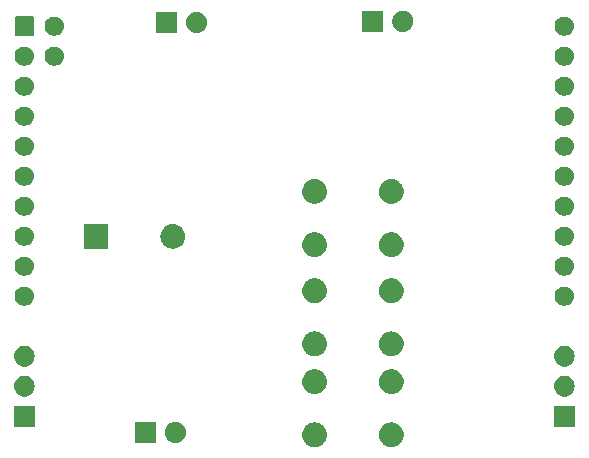
<source format=gbr>
G04 #@! TF.GenerationSoftware,KiCad,Pcbnew,8.0.8*
G04 #@! TF.CreationDate,2025-05-26T08:32:39+07:00*
G04 #@! TF.ProjectId,LP_MSPM0C1104-EB-V1.1,4c505f4d-5350-44d3-9043-313130342d45,rev?*
G04 #@! TF.SameCoordinates,Original*
G04 #@! TF.FileFunction,Soldermask,Bot*
G04 #@! TF.FilePolarity,Negative*
%FSLAX46Y46*%
G04 Gerber Fmt 4.6, Leading zero omitted, Abs format (unit mm)*
G04 Created by KiCad (PCBNEW 8.0.8) date 2025-05-26 08:32:39*
%MOMM*%
%LPD*%
G01*
G04 APERTURE LIST*
G04 APERTURE END LIST*
G36*
X150334640Y-121162742D02*
G01*
X150383860Y-121162742D01*
X150438670Y-121172987D01*
X150491845Y-121178225D01*
X150532244Y-121190480D01*
X150574286Y-121198339D01*
X150632513Y-121220896D01*
X150688818Y-121237976D01*
X150720986Y-121255170D01*
X150754932Y-121268321D01*
X150813915Y-121304842D01*
X150870349Y-121335007D01*
X150894061Y-121354467D01*
X150919635Y-121370302D01*
X150976308Y-121421965D01*
X151029462Y-121465588D01*
X151045210Y-121484777D01*
X151062802Y-121500814D01*
X151113866Y-121568435D01*
X151160043Y-121624701D01*
X151168974Y-121641409D01*
X151179545Y-121655408D01*
X151221600Y-121739865D01*
X151257074Y-121806232D01*
X151260857Y-121818704D01*
X151265897Y-121828825D01*
X151295662Y-121933443D01*
X151316825Y-122003205D01*
X151317520Y-122010264D01*
X151318910Y-122015149D01*
X151333364Y-122171140D01*
X151337000Y-122208050D01*
X151333364Y-122244962D01*
X151318910Y-122400950D01*
X151317520Y-122405833D01*
X151316825Y-122412895D01*
X151295658Y-122482672D01*
X151265897Y-122587274D01*
X151260858Y-122597393D01*
X151257074Y-122609868D01*
X151221592Y-122676248D01*
X151179545Y-122760691D01*
X151168975Y-122774686D01*
X151160043Y-122791399D01*
X151113857Y-122847676D01*
X151062802Y-122915285D01*
X151045213Y-122931318D01*
X151029462Y-122950512D01*
X150976297Y-122994143D01*
X150919635Y-123045797D01*
X150894066Y-123061628D01*
X150870349Y-123081093D01*
X150813903Y-123111263D01*
X150754932Y-123147778D01*
X150720993Y-123160925D01*
X150688818Y-123178124D01*
X150632501Y-123195207D01*
X150574286Y-123217760D01*
X150532251Y-123225617D01*
X150491845Y-123237875D01*
X150438666Y-123243112D01*
X150383860Y-123253358D01*
X150334640Y-123253358D01*
X150287000Y-123258050D01*
X150239360Y-123253358D01*
X150190140Y-123253358D01*
X150135332Y-123243112D01*
X150082155Y-123237875D01*
X150041750Y-123225618D01*
X149999713Y-123217760D01*
X149941493Y-123195205D01*
X149885182Y-123178124D01*
X149853009Y-123160927D01*
X149819067Y-123147778D01*
X149760089Y-123111260D01*
X149703651Y-123081093D01*
X149679936Y-123061631D01*
X149654364Y-123045797D01*
X149597692Y-122994134D01*
X149544538Y-122950512D01*
X149528789Y-122931322D01*
X149511197Y-122915285D01*
X149460130Y-122847661D01*
X149413957Y-122791399D01*
X149405026Y-122774691D01*
X149394454Y-122760691D01*
X149352392Y-122676220D01*
X149316926Y-122609868D01*
X149313143Y-122597398D01*
X149308102Y-122587274D01*
X149278325Y-122482618D01*
X149257175Y-122412895D01*
X149256480Y-122405839D01*
X149255089Y-122400950D01*
X149240618Y-122244791D01*
X149237000Y-122208050D01*
X149240618Y-122171311D01*
X149255089Y-122015149D01*
X149256480Y-122010259D01*
X149257175Y-122003205D01*
X149278320Y-121933496D01*
X149308102Y-121828825D01*
X149313144Y-121818698D01*
X149316926Y-121806232D01*
X149352385Y-121739892D01*
X149394454Y-121655408D01*
X149405028Y-121641405D01*
X149413957Y-121624701D01*
X149460120Y-121568450D01*
X149511197Y-121500814D01*
X149528792Y-121484773D01*
X149544538Y-121465588D01*
X149597681Y-121421974D01*
X149654364Y-121370302D01*
X149679941Y-121354464D01*
X149703651Y-121335007D01*
X149760077Y-121304846D01*
X149819067Y-121268321D01*
X149853015Y-121255169D01*
X149885182Y-121237976D01*
X149941481Y-121220897D01*
X149999713Y-121198339D01*
X150041756Y-121190479D01*
X150082155Y-121178225D01*
X150135329Y-121172987D01*
X150190140Y-121162742D01*
X150239360Y-121162742D01*
X150287000Y-121158050D01*
X150334640Y-121162742D01*
G37*
G36*
X156834640Y-121162742D02*
G01*
X156883860Y-121162742D01*
X156938670Y-121172987D01*
X156991845Y-121178225D01*
X157032244Y-121190480D01*
X157074286Y-121198339D01*
X157132513Y-121220896D01*
X157188818Y-121237976D01*
X157220986Y-121255170D01*
X157254932Y-121268321D01*
X157313915Y-121304842D01*
X157370349Y-121335007D01*
X157394061Y-121354467D01*
X157419635Y-121370302D01*
X157476308Y-121421965D01*
X157529462Y-121465588D01*
X157545210Y-121484777D01*
X157562802Y-121500814D01*
X157613866Y-121568435D01*
X157660043Y-121624701D01*
X157668974Y-121641409D01*
X157679545Y-121655408D01*
X157721600Y-121739865D01*
X157757074Y-121806232D01*
X157760857Y-121818704D01*
X157765897Y-121828825D01*
X157795662Y-121933443D01*
X157816825Y-122003205D01*
X157817520Y-122010264D01*
X157818910Y-122015149D01*
X157833364Y-122171140D01*
X157837000Y-122208050D01*
X157833364Y-122244962D01*
X157818910Y-122400950D01*
X157817520Y-122405833D01*
X157816825Y-122412895D01*
X157795658Y-122482672D01*
X157765897Y-122587274D01*
X157760858Y-122597393D01*
X157757074Y-122609868D01*
X157721592Y-122676248D01*
X157679545Y-122760691D01*
X157668975Y-122774686D01*
X157660043Y-122791399D01*
X157613857Y-122847676D01*
X157562802Y-122915285D01*
X157545213Y-122931318D01*
X157529462Y-122950512D01*
X157476297Y-122994143D01*
X157419635Y-123045797D01*
X157394066Y-123061628D01*
X157370349Y-123081093D01*
X157313903Y-123111263D01*
X157254932Y-123147778D01*
X157220993Y-123160925D01*
X157188818Y-123178124D01*
X157132501Y-123195207D01*
X157074286Y-123217760D01*
X157032251Y-123225617D01*
X156991845Y-123237875D01*
X156938666Y-123243112D01*
X156883860Y-123253358D01*
X156834640Y-123253358D01*
X156787000Y-123258050D01*
X156739360Y-123253358D01*
X156690140Y-123253358D01*
X156635332Y-123243112D01*
X156582155Y-123237875D01*
X156541750Y-123225618D01*
X156499713Y-123217760D01*
X156441493Y-123195205D01*
X156385182Y-123178124D01*
X156353009Y-123160927D01*
X156319067Y-123147778D01*
X156260089Y-123111260D01*
X156203651Y-123081093D01*
X156179936Y-123061631D01*
X156154364Y-123045797D01*
X156097692Y-122994134D01*
X156044538Y-122950512D01*
X156028789Y-122931322D01*
X156011197Y-122915285D01*
X155960130Y-122847661D01*
X155913957Y-122791399D01*
X155905026Y-122774691D01*
X155894454Y-122760691D01*
X155852392Y-122676220D01*
X155816926Y-122609868D01*
X155813143Y-122597398D01*
X155808102Y-122587274D01*
X155778325Y-122482618D01*
X155757175Y-122412895D01*
X155756480Y-122405839D01*
X155755089Y-122400950D01*
X155740618Y-122244791D01*
X155737000Y-122208050D01*
X155740618Y-122171311D01*
X155755089Y-122015149D01*
X155756480Y-122010259D01*
X155757175Y-122003205D01*
X155778320Y-121933496D01*
X155808102Y-121828825D01*
X155813144Y-121818698D01*
X155816926Y-121806232D01*
X155852385Y-121739892D01*
X155894454Y-121655408D01*
X155905028Y-121641405D01*
X155913957Y-121624701D01*
X155960120Y-121568450D01*
X156011197Y-121500814D01*
X156028792Y-121484773D01*
X156044538Y-121465588D01*
X156097681Y-121421974D01*
X156154364Y-121370302D01*
X156179941Y-121354464D01*
X156203651Y-121335007D01*
X156260077Y-121304846D01*
X156319067Y-121268321D01*
X156353015Y-121255169D01*
X156385182Y-121237976D01*
X156441481Y-121220897D01*
X156499713Y-121198339D01*
X156541756Y-121190479D01*
X156582155Y-121178225D01*
X156635329Y-121172987D01*
X156690140Y-121162742D01*
X156739360Y-121162742D01*
X156787000Y-121158050D01*
X156834640Y-121162742D01*
G37*
G36*
X136831134Y-121111856D02*
G01*
X136847355Y-121122695D01*
X136858194Y-121138916D01*
X136862000Y-121158050D01*
X136862000Y-122858050D01*
X136858194Y-122877184D01*
X136847355Y-122893405D01*
X136831134Y-122904244D01*
X136812000Y-122908050D01*
X135112000Y-122908050D01*
X135092866Y-122904244D01*
X135076645Y-122893405D01*
X135065806Y-122877184D01*
X135062000Y-122858050D01*
X135062000Y-121158050D01*
X135065806Y-121138916D01*
X135076645Y-121122695D01*
X135092866Y-121111856D01*
X135112000Y-121108050D01*
X136812000Y-121108050D01*
X136831134Y-121111856D01*
G37*
G36*
X138549607Y-121112980D02*
G01*
X138596076Y-121112980D01*
X138636202Y-121121509D01*
X138677533Y-121125580D01*
X138729460Y-121141332D01*
X138780115Y-121152099D01*
X138812527Y-121166529D01*
X138846321Y-121176781D01*
X138900023Y-121205485D01*
X138952000Y-121228627D01*
X138976165Y-121246184D01*
X139001878Y-121259928D01*
X139054333Y-121302977D01*
X139104218Y-121339220D01*
X139120412Y-121357205D01*
X139138225Y-121371824D01*
X139186089Y-121430147D01*
X139230115Y-121479043D01*
X139239365Y-121495065D01*
X139250121Y-121508171D01*
X139289908Y-121582607D01*
X139324191Y-121641987D01*
X139328134Y-121654124D01*
X139333268Y-121663728D01*
X139361568Y-121757021D01*
X139382333Y-121820929D01*
X139383064Y-121827884D01*
X139384469Y-121832516D01*
X139398151Y-121971435D01*
X139402000Y-122008050D01*
X139398151Y-122044667D01*
X139384469Y-122183583D01*
X139383064Y-122188214D01*
X139382333Y-122195171D01*
X139361563Y-122259092D01*
X139333268Y-122352371D01*
X139328135Y-122361973D01*
X139324191Y-122374113D01*
X139289901Y-122433504D01*
X139250121Y-122507928D01*
X139239367Y-122521031D01*
X139230115Y-122537057D01*
X139186080Y-122585962D01*
X139138225Y-122644275D01*
X139120415Y-122658890D01*
X139104218Y-122676880D01*
X139054323Y-122713130D01*
X139001878Y-122756171D01*
X138976171Y-122769911D01*
X138952000Y-122787473D01*
X138900012Y-122810619D01*
X138846321Y-122839318D01*
X138812534Y-122849567D01*
X138780115Y-122864001D01*
X138729449Y-122874770D01*
X138677533Y-122890519D01*
X138636210Y-122894588D01*
X138596076Y-122903120D01*
X138549597Y-122903120D01*
X138502000Y-122907808D01*
X138454403Y-122903120D01*
X138407924Y-122903120D01*
X138367789Y-122894589D01*
X138326466Y-122890519D01*
X138274546Y-122874769D01*
X138223885Y-122864001D01*
X138191467Y-122849567D01*
X138157678Y-122839318D01*
X138103981Y-122810616D01*
X138052000Y-122787473D01*
X138027831Y-122769913D01*
X138002121Y-122756171D01*
X137949667Y-122713124D01*
X137899782Y-122676880D01*
X137883587Y-122658893D01*
X137865774Y-122644275D01*
X137817908Y-122585949D01*
X137773885Y-122537057D01*
X137764634Y-122521035D01*
X137753878Y-122507928D01*
X137714085Y-122433481D01*
X137679809Y-122374113D01*
X137675866Y-122361978D01*
X137670731Y-122352371D01*
X137642421Y-122259046D01*
X137621667Y-122195171D01*
X137620936Y-122188219D01*
X137619530Y-122183583D01*
X137605832Y-122044516D01*
X137602000Y-122008050D01*
X137605832Y-121971586D01*
X137619530Y-121832516D01*
X137620936Y-121827879D01*
X137621667Y-121820929D01*
X137642416Y-121757067D01*
X137670731Y-121663728D01*
X137675866Y-121654119D01*
X137679809Y-121641987D01*
X137714078Y-121582631D01*
X137753878Y-121508171D01*
X137764636Y-121495061D01*
X137773885Y-121479043D01*
X137817898Y-121430160D01*
X137865774Y-121371824D01*
X137883590Y-121357202D01*
X137899782Y-121339220D01*
X137949657Y-121302983D01*
X138002121Y-121259928D01*
X138027836Y-121246182D01*
X138052000Y-121228627D01*
X138103970Y-121205488D01*
X138157678Y-121176781D01*
X138191474Y-121166528D01*
X138223885Y-121152099D01*
X138274535Y-121141332D01*
X138326466Y-121125580D01*
X138367798Y-121121509D01*
X138407924Y-121112980D01*
X138454393Y-121112980D01*
X138502000Y-121108291D01*
X138549607Y-121112980D01*
G37*
G36*
X126561434Y-119774356D02*
G01*
X126577655Y-119785195D01*
X126588494Y-119801416D01*
X126592300Y-119820550D01*
X126592300Y-121470550D01*
X126588494Y-121489684D01*
X126577655Y-121505905D01*
X126561434Y-121516744D01*
X126542300Y-121520550D01*
X124892300Y-121520550D01*
X124873166Y-121516744D01*
X124856945Y-121505905D01*
X124846106Y-121489684D01*
X124842300Y-121470550D01*
X124842300Y-119820550D01*
X124846106Y-119801416D01*
X124856945Y-119785195D01*
X124873166Y-119774356D01*
X124892300Y-119770550D01*
X126542300Y-119770550D01*
X126561434Y-119774356D01*
G37*
G36*
X172281434Y-119774356D02*
G01*
X172297655Y-119785195D01*
X172308494Y-119801416D01*
X172312300Y-119820550D01*
X172312300Y-121470550D01*
X172308494Y-121489684D01*
X172297655Y-121505905D01*
X172281434Y-121516744D01*
X172262300Y-121520550D01*
X170612300Y-121520550D01*
X170593166Y-121516744D01*
X170576945Y-121505905D01*
X170566106Y-121489684D01*
X170562300Y-121470550D01*
X170562300Y-119820550D01*
X170566106Y-119801416D01*
X170576945Y-119785195D01*
X170593166Y-119774356D01*
X170612300Y-119770550D01*
X172262300Y-119770550D01*
X172281434Y-119774356D01*
G37*
G36*
X125987690Y-117273376D02*
G01*
X126154800Y-117347778D01*
X126302789Y-117455298D01*
X126425190Y-117591238D01*
X126516652Y-117749655D01*
X126573179Y-117923627D01*
X126592300Y-118105550D01*
X126573179Y-118287473D01*
X126516652Y-118461445D01*
X126425190Y-118619862D01*
X126302789Y-118755802D01*
X126154800Y-118863322D01*
X125987690Y-118937724D01*
X125808762Y-118975757D01*
X125625838Y-118975757D01*
X125446910Y-118937724D01*
X125279800Y-118863322D01*
X125131811Y-118755802D01*
X125009410Y-118619862D01*
X124917948Y-118461445D01*
X124861421Y-118287473D01*
X124842300Y-118105550D01*
X124861421Y-117923627D01*
X124917948Y-117749655D01*
X125009410Y-117591238D01*
X125131811Y-117455298D01*
X125279800Y-117347778D01*
X125446910Y-117273376D01*
X125625838Y-117235343D01*
X125808762Y-117235343D01*
X125987690Y-117273376D01*
G37*
G36*
X171707690Y-117273376D02*
G01*
X171874800Y-117347778D01*
X172022789Y-117455298D01*
X172145190Y-117591238D01*
X172236652Y-117749655D01*
X172293179Y-117923627D01*
X172312300Y-118105550D01*
X172293179Y-118287473D01*
X172236652Y-118461445D01*
X172145190Y-118619862D01*
X172022789Y-118755802D01*
X171874800Y-118863322D01*
X171707690Y-118937724D01*
X171528762Y-118975757D01*
X171345838Y-118975757D01*
X171166910Y-118937724D01*
X170999800Y-118863322D01*
X170851811Y-118755802D01*
X170729410Y-118619862D01*
X170637948Y-118461445D01*
X170581421Y-118287473D01*
X170562300Y-118105550D01*
X170581421Y-117923627D01*
X170637948Y-117749655D01*
X170729410Y-117591238D01*
X170851811Y-117455298D01*
X170999800Y-117347778D01*
X171166910Y-117273376D01*
X171345838Y-117235343D01*
X171528762Y-117235343D01*
X171707690Y-117273376D01*
G37*
G36*
X150334640Y-116662742D02*
G01*
X150383860Y-116662742D01*
X150438670Y-116672987D01*
X150491845Y-116678225D01*
X150532244Y-116690480D01*
X150574286Y-116698339D01*
X150632513Y-116720896D01*
X150688818Y-116737976D01*
X150720986Y-116755170D01*
X150754932Y-116768321D01*
X150813915Y-116804842D01*
X150870349Y-116835007D01*
X150894061Y-116854467D01*
X150919635Y-116870302D01*
X150976308Y-116921965D01*
X151029462Y-116965588D01*
X151045210Y-116984777D01*
X151062802Y-117000814D01*
X151113866Y-117068435D01*
X151160043Y-117124701D01*
X151168974Y-117141409D01*
X151179545Y-117155408D01*
X151221600Y-117239865D01*
X151257074Y-117306232D01*
X151260857Y-117318704D01*
X151265897Y-117328825D01*
X151295662Y-117433443D01*
X151316825Y-117503205D01*
X151317520Y-117510264D01*
X151318910Y-117515149D01*
X151333364Y-117671140D01*
X151337000Y-117708050D01*
X151333364Y-117744962D01*
X151318910Y-117900950D01*
X151317520Y-117905833D01*
X151316825Y-117912895D01*
X151295658Y-117982672D01*
X151265897Y-118087274D01*
X151260858Y-118097393D01*
X151257074Y-118109868D01*
X151221592Y-118176248D01*
X151179545Y-118260691D01*
X151168975Y-118274686D01*
X151160043Y-118291399D01*
X151113857Y-118347676D01*
X151062802Y-118415285D01*
X151045213Y-118431318D01*
X151029462Y-118450512D01*
X150976297Y-118494143D01*
X150919635Y-118545797D01*
X150894066Y-118561628D01*
X150870349Y-118581093D01*
X150813903Y-118611263D01*
X150754932Y-118647778D01*
X150720993Y-118660925D01*
X150688818Y-118678124D01*
X150632501Y-118695207D01*
X150574286Y-118717760D01*
X150532251Y-118725617D01*
X150491845Y-118737875D01*
X150438666Y-118743112D01*
X150383860Y-118753358D01*
X150334640Y-118753358D01*
X150287000Y-118758050D01*
X150239360Y-118753358D01*
X150190140Y-118753358D01*
X150135332Y-118743112D01*
X150082155Y-118737875D01*
X150041750Y-118725618D01*
X149999713Y-118717760D01*
X149941493Y-118695205D01*
X149885182Y-118678124D01*
X149853009Y-118660927D01*
X149819067Y-118647778D01*
X149760089Y-118611260D01*
X149703651Y-118581093D01*
X149679936Y-118561631D01*
X149654364Y-118545797D01*
X149597692Y-118494134D01*
X149544538Y-118450512D01*
X149528789Y-118431322D01*
X149511197Y-118415285D01*
X149460130Y-118347661D01*
X149413957Y-118291399D01*
X149405026Y-118274691D01*
X149394454Y-118260691D01*
X149352392Y-118176220D01*
X149316926Y-118109868D01*
X149313143Y-118097398D01*
X149308102Y-118087274D01*
X149278325Y-117982618D01*
X149257175Y-117912895D01*
X149256480Y-117905839D01*
X149255089Y-117900950D01*
X149240618Y-117744791D01*
X149237000Y-117708050D01*
X149240618Y-117671311D01*
X149255089Y-117515149D01*
X149256480Y-117510259D01*
X149257175Y-117503205D01*
X149278320Y-117433496D01*
X149308102Y-117328825D01*
X149313144Y-117318698D01*
X149316926Y-117306232D01*
X149352385Y-117239892D01*
X149394454Y-117155408D01*
X149405028Y-117141405D01*
X149413957Y-117124701D01*
X149460120Y-117068450D01*
X149511197Y-117000814D01*
X149528792Y-116984773D01*
X149544538Y-116965588D01*
X149597681Y-116921974D01*
X149654364Y-116870302D01*
X149679941Y-116854464D01*
X149703651Y-116835007D01*
X149760077Y-116804846D01*
X149819067Y-116768321D01*
X149853015Y-116755169D01*
X149885182Y-116737976D01*
X149941481Y-116720897D01*
X149999713Y-116698339D01*
X150041756Y-116690479D01*
X150082155Y-116678225D01*
X150135329Y-116672987D01*
X150190140Y-116662742D01*
X150239360Y-116662742D01*
X150287000Y-116658050D01*
X150334640Y-116662742D01*
G37*
G36*
X156834640Y-116662742D02*
G01*
X156883860Y-116662742D01*
X156938670Y-116672987D01*
X156991845Y-116678225D01*
X157032244Y-116690480D01*
X157074286Y-116698339D01*
X157132513Y-116720896D01*
X157188818Y-116737976D01*
X157220986Y-116755170D01*
X157254932Y-116768321D01*
X157313915Y-116804842D01*
X157370349Y-116835007D01*
X157394061Y-116854467D01*
X157419635Y-116870302D01*
X157476308Y-116921965D01*
X157529462Y-116965588D01*
X157545210Y-116984777D01*
X157562802Y-117000814D01*
X157613866Y-117068435D01*
X157660043Y-117124701D01*
X157668974Y-117141409D01*
X157679545Y-117155408D01*
X157721600Y-117239865D01*
X157757074Y-117306232D01*
X157760857Y-117318704D01*
X157765897Y-117328825D01*
X157795662Y-117433443D01*
X157816825Y-117503205D01*
X157817520Y-117510264D01*
X157818910Y-117515149D01*
X157833364Y-117671140D01*
X157837000Y-117708050D01*
X157833364Y-117744962D01*
X157818910Y-117900950D01*
X157817520Y-117905833D01*
X157816825Y-117912895D01*
X157795658Y-117982672D01*
X157765897Y-118087274D01*
X157760858Y-118097393D01*
X157757074Y-118109868D01*
X157721592Y-118176248D01*
X157679545Y-118260691D01*
X157668975Y-118274686D01*
X157660043Y-118291399D01*
X157613857Y-118347676D01*
X157562802Y-118415285D01*
X157545213Y-118431318D01*
X157529462Y-118450512D01*
X157476297Y-118494143D01*
X157419635Y-118545797D01*
X157394066Y-118561628D01*
X157370349Y-118581093D01*
X157313903Y-118611263D01*
X157254932Y-118647778D01*
X157220993Y-118660925D01*
X157188818Y-118678124D01*
X157132501Y-118695207D01*
X157074286Y-118717760D01*
X157032251Y-118725617D01*
X156991845Y-118737875D01*
X156938666Y-118743112D01*
X156883860Y-118753358D01*
X156834640Y-118753358D01*
X156787000Y-118758050D01*
X156739360Y-118753358D01*
X156690140Y-118753358D01*
X156635332Y-118743112D01*
X156582155Y-118737875D01*
X156541750Y-118725618D01*
X156499713Y-118717760D01*
X156441493Y-118695205D01*
X156385182Y-118678124D01*
X156353009Y-118660927D01*
X156319067Y-118647778D01*
X156260089Y-118611260D01*
X156203651Y-118581093D01*
X156179936Y-118561631D01*
X156154364Y-118545797D01*
X156097692Y-118494134D01*
X156044538Y-118450512D01*
X156028789Y-118431322D01*
X156011197Y-118415285D01*
X155960130Y-118347661D01*
X155913957Y-118291399D01*
X155905026Y-118274691D01*
X155894454Y-118260691D01*
X155852392Y-118176220D01*
X155816926Y-118109868D01*
X155813143Y-118097398D01*
X155808102Y-118087274D01*
X155778325Y-117982618D01*
X155757175Y-117912895D01*
X155756480Y-117905839D01*
X155755089Y-117900950D01*
X155740618Y-117744791D01*
X155737000Y-117708050D01*
X155740618Y-117671311D01*
X155755089Y-117515149D01*
X155756480Y-117510259D01*
X155757175Y-117503205D01*
X155778320Y-117433496D01*
X155808102Y-117328825D01*
X155813144Y-117318698D01*
X155816926Y-117306232D01*
X155852385Y-117239892D01*
X155894454Y-117155408D01*
X155905028Y-117141405D01*
X155913957Y-117124701D01*
X155960120Y-117068450D01*
X156011197Y-117000814D01*
X156028792Y-116984773D01*
X156044538Y-116965588D01*
X156097681Y-116921974D01*
X156154364Y-116870302D01*
X156179941Y-116854464D01*
X156203651Y-116835007D01*
X156260077Y-116804846D01*
X156319067Y-116768321D01*
X156353015Y-116755169D01*
X156385182Y-116737976D01*
X156441481Y-116720897D01*
X156499713Y-116698339D01*
X156541756Y-116690479D01*
X156582155Y-116678225D01*
X156635329Y-116672987D01*
X156690140Y-116662742D01*
X156739360Y-116662742D01*
X156787000Y-116658050D01*
X156834640Y-116662742D01*
G37*
G36*
X125987690Y-114733376D02*
G01*
X126154800Y-114807778D01*
X126302789Y-114915298D01*
X126425190Y-115051238D01*
X126516652Y-115209655D01*
X126573179Y-115383627D01*
X126592300Y-115565550D01*
X126573179Y-115747473D01*
X126516652Y-115921445D01*
X126425190Y-116079862D01*
X126302789Y-116215802D01*
X126154800Y-116323322D01*
X125987690Y-116397724D01*
X125808762Y-116435757D01*
X125625838Y-116435757D01*
X125446910Y-116397724D01*
X125279800Y-116323322D01*
X125131811Y-116215802D01*
X125009410Y-116079862D01*
X124917948Y-115921445D01*
X124861421Y-115747473D01*
X124842300Y-115565550D01*
X124861421Y-115383627D01*
X124917948Y-115209655D01*
X125009410Y-115051238D01*
X125131811Y-114915298D01*
X125279800Y-114807778D01*
X125446910Y-114733376D01*
X125625838Y-114695343D01*
X125808762Y-114695343D01*
X125987690Y-114733376D01*
G37*
G36*
X171707690Y-114733376D02*
G01*
X171874800Y-114807778D01*
X172022789Y-114915298D01*
X172145190Y-115051238D01*
X172236652Y-115209655D01*
X172293179Y-115383627D01*
X172312300Y-115565550D01*
X172293179Y-115747473D01*
X172236652Y-115921445D01*
X172145190Y-116079862D01*
X172022789Y-116215802D01*
X171874800Y-116323322D01*
X171707690Y-116397724D01*
X171528762Y-116435757D01*
X171345838Y-116435757D01*
X171166910Y-116397724D01*
X170999800Y-116323322D01*
X170851811Y-116215802D01*
X170729410Y-116079862D01*
X170637948Y-115921445D01*
X170581421Y-115747473D01*
X170562300Y-115565550D01*
X170581421Y-115383627D01*
X170637948Y-115209655D01*
X170729410Y-115051238D01*
X170851811Y-114915298D01*
X170999800Y-114807778D01*
X171166910Y-114733376D01*
X171345838Y-114695343D01*
X171528762Y-114695343D01*
X171707690Y-114733376D01*
G37*
G36*
X150334640Y-113462742D02*
G01*
X150383860Y-113462742D01*
X150438670Y-113472987D01*
X150491845Y-113478225D01*
X150532244Y-113490480D01*
X150574286Y-113498339D01*
X150632513Y-113520896D01*
X150688818Y-113537976D01*
X150720986Y-113555170D01*
X150754932Y-113568321D01*
X150813915Y-113604842D01*
X150870349Y-113635007D01*
X150894061Y-113654467D01*
X150919635Y-113670302D01*
X150976308Y-113721965D01*
X151029462Y-113765588D01*
X151045210Y-113784777D01*
X151062802Y-113800814D01*
X151113866Y-113868435D01*
X151160043Y-113924701D01*
X151168974Y-113941409D01*
X151179545Y-113955408D01*
X151221600Y-114039865D01*
X151257074Y-114106232D01*
X151260857Y-114118704D01*
X151265897Y-114128825D01*
X151295662Y-114233443D01*
X151316825Y-114303205D01*
X151317520Y-114310264D01*
X151318910Y-114315149D01*
X151333364Y-114471140D01*
X151337000Y-114508050D01*
X151333364Y-114544962D01*
X151318910Y-114700950D01*
X151317520Y-114705833D01*
X151316825Y-114712895D01*
X151295658Y-114782672D01*
X151265897Y-114887274D01*
X151260858Y-114897393D01*
X151257074Y-114909868D01*
X151221592Y-114976248D01*
X151179545Y-115060691D01*
X151168975Y-115074686D01*
X151160043Y-115091399D01*
X151113857Y-115147676D01*
X151062802Y-115215285D01*
X151045213Y-115231318D01*
X151029462Y-115250512D01*
X150976297Y-115294143D01*
X150919635Y-115345797D01*
X150894066Y-115361628D01*
X150870349Y-115381093D01*
X150813903Y-115411263D01*
X150754932Y-115447778D01*
X150720993Y-115460925D01*
X150688818Y-115478124D01*
X150632501Y-115495207D01*
X150574286Y-115517760D01*
X150532251Y-115525617D01*
X150491845Y-115537875D01*
X150438666Y-115543112D01*
X150383860Y-115553358D01*
X150334640Y-115553358D01*
X150287000Y-115558050D01*
X150239360Y-115553358D01*
X150190140Y-115553358D01*
X150135332Y-115543112D01*
X150082155Y-115537875D01*
X150041750Y-115525618D01*
X149999713Y-115517760D01*
X149941493Y-115495205D01*
X149885182Y-115478124D01*
X149853009Y-115460927D01*
X149819067Y-115447778D01*
X149760089Y-115411260D01*
X149703651Y-115381093D01*
X149679936Y-115361631D01*
X149654364Y-115345797D01*
X149597692Y-115294134D01*
X149544538Y-115250512D01*
X149528789Y-115231322D01*
X149511197Y-115215285D01*
X149460130Y-115147661D01*
X149413957Y-115091399D01*
X149405026Y-115074691D01*
X149394454Y-115060691D01*
X149352392Y-114976220D01*
X149316926Y-114909868D01*
X149313143Y-114897398D01*
X149308102Y-114887274D01*
X149278325Y-114782618D01*
X149257175Y-114712895D01*
X149256480Y-114705839D01*
X149255089Y-114700950D01*
X149240618Y-114544791D01*
X149237000Y-114508050D01*
X149240618Y-114471311D01*
X149255089Y-114315149D01*
X149256480Y-114310259D01*
X149257175Y-114303205D01*
X149278320Y-114233496D01*
X149308102Y-114128825D01*
X149313144Y-114118698D01*
X149316926Y-114106232D01*
X149352385Y-114039892D01*
X149394454Y-113955408D01*
X149405028Y-113941405D01*
X149413957Y-113924701D01*
X149460120Y-113868450D01*
X149511197Y-113800814D01*
X149528792Y-113784773D01*
X149544538Y-113765588D01*
X149597681Y-113721974D01*
X149654364Y-113670302D01*
X149679941Y-113654464D01*
X149703651Y-113635007D01*
X149760077Y-113604846D01*
X149819067Y-113568321D01*
X149853015Y-113555169D01*
X149885182Y-113537976D01*
X149941481Y-113520897D01*
X149999713Y-113498339D01*
X150041756Y-113490479D01*
X150082155Y-113478225D01*
X150135329Y-113472987D01*
X150190140Y-113462742D01*
X150239360Y-113462742D01*
X150287000Y-113458050D01*
X150334640Y-113462742D01*
G37*
G36*
X156834640Y-113462742D02*
G01*
X156883860Y-113462742D01*
X156938670Y-113472987D01*
X156991845Y-113478225D01*
X157032244Y-113490480D01*
X157074286Y-113498339D01*
X157132513Y-113520896D01*
X157188818Y-113537976D01*
X157220986Y-113555170D01*
X157254932Y-113568321D01*
X157313915Y-113604842D01*
X157370349Y-113635007D01*
X157394061Y-113654467D01*
X157419635Y-113670302D01*
X157476308Y-113721965D01*
X157529462Y-113765588D01*
X157545210Y-113784777D01*
X157562802Y-113800814D01*
X157613866Y-113868435D01*
X157660043Y-113924701D01*
X157668974Y-113941409D01*
X157679545Y-113955408D01*
X157721600Y-114039865D01*
X157757074Y-114106232D01*
X157760857Y-114118704D01*
X157765897Y-114128825D01*
X157795662Y-114233443D01*
X157816825Y-114303205D01*
X157817520Y-114310264D01*
X157818910Y-114315149D01*
X157833364Y-114471140D01*
X157837000Y-114508050D01*
X157833364Y-114544962D01*
X157818910Y-114700950D01*
X157817520Y-114705833D01*
X157816825Y-114712895D01*
X157795658Y-114782672D01*
X157765897Y-114887274D01*
X157760858Y-114897393D01*
X157757074Y-114909868D01*
X157721592Y-114976248D01*
X157679545Y-115060691D01*
X157668975Y-115074686D01*
X157660043Y-115091399D01*
X157613857Y-115147676D01*
X157562802Y-115215285D01*
X157545213Y-115231318D01*
X157529462Y-115250512D01*
X157476297Y-115294143D01*
X157419635Y-115345797D01*
X157394066Y-115361628D01*
X157370349Y-115381093D01*
X157313903Y-115411263D01*
X157254932Y-115447778D01*
X157220993Y-115460925D01*
X157188818Y-115478124D01*
X157132501Y-115495207D01*
X157074286Y-115517760D01*
X157032251Y-115525617D01*
X156991845Y-115537875D01*
X156938666Y-115543112D01*
X156883860Y-115553358D01*
X156834640Y-115553358D01*
X156787000Y-115558050D01*
X156739360Y-115553358D01*
X156690140Y-115553358D01*
X156635332Y-115543112D01*
X156582155Y-115537875D01*
X156541750Y-115525618D01*
X156499713Y-115517760D01*
X156441493Y-115495205D01*
X156385182Y-115478124D01*
X156353009Y-115460927D01*
X156319067Y-115447778D01*
X156260089Y-115411260D01*
X156203651Y-115381093D01*
X156179936Y-115361631D01*
X156154364Y-115345797D01*
X156097692Y-115294134D01*
X156044538Y-115250512D01*
X156028789Y-115231322D01*
X156011197Y-115215285D01*
X155960130Y-115147661D01*
X155913957Y-115091399D01*
X155905026Y-115074691D01*
X155894454Y-115060691D01*
X155852392Y-114976220D01*
X155816926Y-114909868D01*
X155813143Y-114897398D01*
X155808102Y-114887274D01*
X155778325Y-114782618D01*
X155757175Y-114712895D01*
X155756480Y-114705839D01*
X155755089Y-114700950D01*
X155740618Y-114544791D01*
X155737000Y-114508050D01*
X155740618Y-114471311D01*
X155755089Y-114315149D01*
X155756480Y-114310259D01*
X155757175Y-114303205D01*
X155778320Y-114233496D01*
X155808102Y-114128825D01*
X155813144Y-114118698D01*
X155816926Y-114106232D01*
X155852385Y-114039892D01*
X155894454Y-113955408D01*
X155905028Y-113941405D01*
X155913957Y-113924701D01*
X155960120Y-113868450D01*
X156011197Y-113800814D01*
X156028792Y-113784773D01*
X156044538Y-113765588D01*
X156097681Y-113721974D01*
X156154364Y-113670302D01*
X156179941Y-113654464D01*
X156203651Y-113635007D01*
X156260077Y-113604846D01*
X156319067Y-113568321D01*
X156353015Y-113555169D01*
X156385182Y-113537976D01*
X156441481Y-113520897D01*
X156499713Y-113498339D01*
X156541756Y-113490479D01*
X156582155Y-113478225D01*
X156635329Y-113472987D01*
X156690140Y-113462742D01*
X156739360Y-113462742D01*
X156787000Y-113458050D01*
X156834640Y-113462742D01*
G37*
G36*
X125972239Y-109700928D02*
G01*
X126129800Y-109771079D01*
X126269333Y-109872456D01*
X126384739Y-110000627D01*
X126470975Y-110149992D01*
X126524272Y-110314023D01*
X126542300Y-110485550D01*
X126524272Y-110657077D01*
X126470975Y-110821108D01*
X126384739Y-110970473D01*
X126269333Y-111098644D01*
X126129800Y-111200021D01*
X125972239Y-111270172D01*
X125803536Y-111306031D01*
X125631064Y-111306031D01*
X125462361Y-111270172D01*
X125304800Y-111200021D01*
X125165267Y-111098644D01*
X125049861Y-110970473D01*
X124963625Y-110821108D01*
X124910328Y-110657077D01*
X124892300Y-110485550D01*
X124910328Y-110314023D01*
X124963625Y-110149992D01*
X125049861Y-110000627D01*
X125165267Y-109872456D01*
X125304800Y-109771079D01*
X125462361Y-109700928D01*
X125631064Y-109665069D01*
X125803536Y-109665069D01*
X125972239Y-109700928D01*
G37*
G36*
X171692239Y-109700928D02*
G01*
X171849800Y-109771079D01*
X171989333Y-109872456D01*
X172104739Y-110000627D01*
X172190975Y-110149992D01*
X172244272Y-110314023D01*
X172262300Y-110485550D01*
X172244272Y-110657077D01*
X172190975Y-110821108D01*
X172104739Y-110970473D01*
X171989333Y-111098644D01*
X171849800Y-111200021D01*
X171692239Y-111270172D01*
X171523536Y-111306031D01*
X171351064Y-111306031D01*
X171182361Y-111270172D01*
X171024800Y-111200021D01*
X170885267Y-111098644D01*
X170769861Y-110970473D01*
X170683625Y-110821108D01*
X170630328Y-110657077D01*
X170612300Y-110485550D01*
X170630328Y-110314023D01*
X170683625Y-110149992D01*
X170769861Y-110000627D01*
X170885267Y-109872456D01*
X171024800Y-109771079D01*
X171182361Y-109700928D01*
X171351064Y-109665069D01*
X171523536Y-109665069D01*
X171692239Y-109700928D01*
G37*
G36*
X150334640Y-108962742D02*
G01*
X150383860Y-108962742D01*
X150438670Y-108972987D01*
X150491845Y-108978225D01*
X150532244Y-108990480D01*
X150574286Y-108998339D01*
X150632513Y-109020896D01*
X150688818Y-109037976D01*
X150720986Y-109055170D01*
X150754932Y-109068321D01*
X150813915Y-109104842D01*
X150870349Y-109135007D01*
X150894061Y-109154467D01*
X150919635Y-109170302D01*
X150976308Y-109221965D01*
X151029462Y-109265588D01*
X151045210Y-109284777D01*
X151062802Y-109300814D01*
X151113866Y-109368435D01*
X151160043Y-109424701D01*
X151168974Y-109441409D01*
X151179545Y-109455408D01*
X151221600Y-109539865D01*
X151257074Y-109606232D01*
X151260857Y-109618704D01*
X151265897Y-109628825D01*
X151295662Y-109733443D01*
X151316825Y-109803205D01*
X151317520Y-109810264D01*
X151318910Y-109815149D01*
X151333364Y-109971140D01*
X151337000Y-110008050D01*
X151333364Y-110044962D01*
X151318910Y-110200950D01*
X151317520Y-110205833D01*
X151316825Y-110212895D01*
X151295658Y-110282672D01*
X151265897Y-110387274D01*
X151260858Y-110397393D01*
X151257074Y-110409868D01*
X151221592Y-110476248D01*
X151179545Y-110560691D01*
X151168975Y-110574686D01*
X151160043Y-110591399D01*
X151113857Y-110647676D01*
X151062802Y-110715285D01*
X151045213Y-110731318D01*
X151029462Y-110750512D01*
X150976297Y-110794143D01*
X150919635Y-110845797D01*
X150894066Y-110861628D01*
X150870349Y-110881093D01*
X150813903Y-110911263D01*
X150754932Y-110947778D01*
X150720993Y-110960925D01*
X150688818Y-110978124D01*
X150632501Y-110995207D01*
X150574286Y-111017760D01*
X150532251Y-111025617D01*
X150491845Y-111037875D01*
X150438666Y-111043112D01*
X150383860Y-111053358D01*
X150334640Y-111053358D01*
X150287000Y-111058050D01*
X150239360Y-111053358D01*
X150190140Y-111053358D01*
X150135332Y-111043112D01*
X150082155Y-111037875D01*
X150041750Y-111025618D01*
X149999713Y-111017760D01*
X149941493Y-110995205D01*
X149885182Y-110978124D01*
X149853009Y-110960927D01*
X149819067Y-110947778D01*
X149760089Y-110911260D01*
X149703651Y-110881093D01*
X149679936Y-110861631D01*
X149654364Y-110845797D01*
X149597692Y-110794134D01*
X149544538Y-110750512D01*
X149528789Y-110731322D01*
X149511197Y-110715285D01*
X149460130Y-110647661D01*
X149413957Y-110591399D01*
X149405026Y-110574691D01*
X149394454Y-110560691D01*
X149352392Y-110476220D01*
X149316926Y-110409868D01*
X149313143Y-110397398D01*
X149308102Y-110387274D01*
X149278325Y-110282618D01*
X149257175Y-110212895D01*
X149256480Y-110205839D01*
X149255089Y-110200950D01*
X149240618Y-110044791D01*
X149237000Y-110008050D01*
X149240618Y-109971311D01*
X149255089Y-109815149D01*
X149256480Y-109810259D01*
X149257175Y-109803205D01*
X149278320Y-109733496D01*
X149308102Y-109628825D01*
X149313144Y-109618698D01*
X149316926Y-109606232D01*
X149352385Y-109539892D01*
X149394454Y-109455408D01*
X149405028Y-109441405D01*
X149413957Y-109424701D01*
X149460120Y-109368450D01*
X149511197Y-109300814D01*
X149528792Y-109284773D01*
X149544538Y-109265588D01*
X149597681Y-109221974D01*
X149654364Y-109170302D01*
X149679941Y-109154464D01*
X149703651Y-109135007D01*
X149760077Y-109104846D01*
X149819067Y-109068321D01*
X149853015Y-109055169D01*
X149885182Y-109037976D01*
X149941481Y-109020897D01*
X149999713Y-108998339D01*
X150041756Y-108990479D01*
X150082155Y-108978225D01*
X150135329Y-108972987D01*
X150190140Y-108962742D01*
X150239360Y-108962742D01*
X150287000Y-108958050D01*
X150334640Y-108962742D01*
G37*
G36*
X156834640Y-108962742D02*
G01*
X156883860Y-108962742D01*
X156938670Y-108972987D01*
X156991845Y-108978225D01*
X157032244Y-108990480D01*
X157074286Y-108998339D01*
X157132513Y-109020896D01*
X157188818Y-109037976D01*
X157220986Y-109055170D01*
X157254932Y-109068321D01*
X157313915Y-109104842D01*
X157370349Y-109135007D01*
X157394061Y-109154467D01*
X157419635Y-109170302D01*
X157476308Y-109221965D01*
X157529462Y-109265588D01*
X157545210Y-109284777D01*
X157562802Y-109300814D01*
X157613866Y-109368435D01*
X157660043Y-109424701D01*
X157668974Y-109441409D01*
X157679545Y-109455408D01*
X157721600Y-109539865D01*
X157757074Y-109606232D01*
X157760857Y-109618704D01*
X157765897Y-109628825D01*
X157795662Y-109733443D01*
X157816825Y-109803205D01*
X157817520Y-109810264D01*
X157818910Y-109815149D01*
X157833364Y-109971140D01*
X157837000Y-110008050D01*
X157833364Y-110044962D01*
X157818910Y-110200950D01*
X157817520Y-110205833D01*
X157816825Y-110212895D01*
X157795658Y-110282672D01*
X157765897Y-110387274D01*
X157760858Y-110397393D01*
X157757074Y-110409868D01*
X157721592Y-110476248D01*
X157679545Y-110560691D01*
X157668975Y-110574686D01*
X157660043Y-110591399D01*
X157613857Y-110647676D01*
X157562802Y-110715285D01*
X157545213Y-110731318D01*
X157529462Y-110750512D01*
X157476297Y-110794143D01*
X157419635Y-110845797D01*
X157394066Y-110861628D01*
X157370349Y-110881093D01*
X157313903Y-110911263D01*
X157254932Y-110947778D01*
X157220993Y-110960925D01*
X157188818Y-110978124D01*
X157132501Y-110995207D01*
X157074286Y-111017760D01*
X157032251Y-111025617D01*
X156991845Y-111037875D01*
X156938666Y-111043112D01*
X156883860Y-111053358D01*
X156834640Y-111053358D01*
X156787000Y-111058050D01*
X156739360Y-111053358D01*
X156690140Y-111053358D01*
X156635332Y-111043112D01*
X156582155Y-111037875D01*
X156541750Y-111025618D01*
X156499713Y-111017760D01*
X156441493Y-110995205D01*
X156385182Y-110978124D01*
X156353009Y-110960927D01*
X156319067Y-110947778D01*
X156260089Y-110911260D01*
X156203651Y-110881093D01*
X156179936Y-110861631D01*
X156154364Y-110845797D01*
X156097692Y-110794134D01*
X156044538Y-110750512D01*
X156028789Y-110731322D01*
X156011197Y-110715285D01*
X155960130Y-110647661D01*
X155913957Y-110591399D01*
X155905026Y-110574691D01*
X155894454Y-110560691D01*
X155852392Y-110476220D01*
X155816926Y-110409868D01*
X155813143Y-110397398D01*
X155808102Y-110387274D01*
X155778325Y-110282618D01*
X155757175Y-110212895D01*
X155756480Y-110205839D01*
X155755089Y-110200950D01*
X155740618Y-110044791D01*
X155737000Y-110008050D01*
X155740618Y-109971311D01*
X155755089Y-109815149D01*
X155756480Y-109810259D01*
X155757175Y-109803205D01*
X155778320Y-109733496D01*
X155808102Y-109628825D01*
X155813144Y-109618698D01*
X155816926Y-109606232D01*
X155852385Y-109539892D01*
X155894454Y-109455408D01*
X155905028Y-109441405D01*
X155913957Y-109424701D01*
X155960120Y-109368450D01*
X156011197Y-109300814D01*
X156028792Y-109284773D01*
X156044538Y-109265588D01*
X156097681Y-109221974D01*
X156154364Y-109170302D01*
X156179941Y-109154464D01*
X156203651Y-109135007D01*
X156260077Y-109104846D01*
X156319067Y-109068321D01*
X156353015Y-109055169D01*
X156385182Y-109037976D01*
X156441481Y-109020897D01*
X156499713Y-108998339D01*
X156541756Y-108990479D01*
X156582155Y-108978225D01*
X156635329Y-108972987D01*
X156690140Y-108962742D01*
X156739360Y-108962742D01*
X156787000Y-108958050D01*
X156834640Y-108962742D01*
G37*
G36*
X125972239Y-107160928D02*
G01*
X126129800Y-107231079D01*
X126269333Y-107332456D01*
X126384739Y-107460627D01*
X126470975Y-107609992D01*
X126524272Y-107774023D01*
X126542300Y-107945550D01*
X126524272Y-108117077D01*
X126470975Y-108281108D01*
X126384739Y-108430473D01*
X126269333Y-108558644D01*
X126129800Y-108660021D01*
X125972239Y-108730172D01*
X125803536Y-108766031D01*
X125631064Y-108766031D01*
X125462361Y-108730172D01*
X125304800Y-108660021D01*
X125165267Y-108558644D01*
X125049861Y-108430473D01*
X124963625Y-108281108D01*
X124910328Y-108117077D01*
X124892300Y-107945550D01*
X124910328Y-107774023D01*
X124963625Y-107609992D01*
X125049861Y-107460627D01*
X125165267Y-107332456D01*
X125304800Y-107231079D01*
X125462361Y-107160928D01*
X125631064Y-107125069D01*
X125803536Y-107125069D01*
X125972239Y-107160928D01*
G37*
G36*
X171692239Y-107160928D02*
G01*
X171849800Y-107231079D01*
X171989333Y-107332456D01*
X172104739Y-107460627D01*
X172190975Y-107609992D01*
X172244272Y-107774023D01*
X172262300Y-107945550D01*
X172244272Y-108117077D01*
X172190975Y-108281108D01*
X172104739Y-108430473D01*
X171989333Y-108558644D01*
X171849800Y-108660021D01*
X171692239Y-108730172D01*
X171523536Y-108766031D01*
X171351064Y-108766031D01*
X171182361Y-108730172D01*
X171024800Y-108660021D01*
X170885267Y-108558644D01*
X170769861Y-108430473D01*
X170683625Y-108281108D01*
X170630328Y-108117077D01*
X170612300Y-107945550D01*
X170630328Y-107774023D01*
X170683625Y-107609992D01*
X170769861Y-107460627D01*
X170885267Y-107332456D01*
X171024800Y-107231079D01*
X171182361Y-107160928D01*
X171351064Y-107125069D01*
X171523536Y-107125069D01*
X171692239Y-107160928D01*
G37*
G36*
X150334640Y-105062742D02*
G01*
X150383860Y-105062742D01*
X150438670Y-105072987D01*
X150491845Y-105078225D01*
X150532244Y-105090480D01*
X150574286Y-105098339D01*
X150632513Y-105120896D01*
X150688818Y-105137976D01*
X150720986Y-105155170D01*
X150754932Y-105168321D01*
X150813915Y-105204842D01*
X150870349Y-105235007D01*
X150894061Y-105254467D01*
X150919635Y-105270302D01*
X150976308Y-105321965D01*
X151029462Y-105365588D01*
X151045210Y-105384777D01*
X151062802Y-105400814D01*
X151113866Y-105468435D01*
X151160043Y-105524701D01*
X151168974Y-105541409D01*
X151179545Y-105555408D01*
X151221600Y-105639865D01*
X151257074Y-105706232D01*
X151260857Y-105718704D01*
X151265897Y-105728825D01*
X151295662Y-105833443D01*
X151316825Y-105903205D01*
X151317520Y-105910264D01*
X151318910Y-105915149D01*
X151333364Y-106071140D01*
X151337000Y-106108050D01*
X151333364Y-106144962D01*
X151318910Y-106300950D01*
X151317520Y-106305833D01*
X151316825Y-106312895D01*
X151295658Y-106382672D01*
X151265897Y-106487274D01*
X151260858Y-106497393D01*
X151257074Y-106509868D01*
X151221592Y-106576248D01*
X151179545Y-106660691D01*
X151168975Y-106674686D01*
X151160043Y-106691399D01*
X151113857Y-106747676D01*
X151062802Y-106815285D01*
X151045213Y-106831318D01*
X151029462Y-106850512D01*
X150976297Y-106894143D01*
X150919635Y-106945797D01*
X150894066Y-106961628D01*
X150870349Y-106981093D01*
X150813903Y-107011263D01*
X150754932Y-107047778D01*
X150720993Y-107060925D01*
X150688818Y-107078124D01*
X150632501Y-107095207D01*
X150574286Y-107117760D01*
X150532251Y-107125617D01*
X150491845Y-107137875D01*
X150438666Y-107143112D01*
X150383860Y-107153358D01*
X150334640Y-107153358D01*
X150287000Y-107158050D01*
X150239360Y-107153358D01*
X150190140Y-107153358D01*
X150135332Y-107143112D01*
X150082155Y-107137875D01*
X150041750Y-107125618D01*
X149999713Y-107117760D01*
X149941493Y-107095205D01*
X149885182Y-107078124D01*
X149853009Y-107060927D01*
X149819067Y-107047778D01*
X149760089Y-107011260D01*
X149703651Y-106981093D01*
X149679936Y-106961631D01*
X149654364Y-106945797D01*
X149597692Y-106894134D01*
X149544538Y-106850512D01*
X149528789Y-106831322D01*
X149511197Y-106815285D01*
X149460130Y-106747661D01*
X149413957Y-106691399D01*
X149405026Y-106674691D01*
X149394454Y-106660691D01*
X149352392Y-106576220D01*
X149316926Y-106509868D01*
X149313143Y-106497398D01*
X149308102Y-106487274D01*
X149278325Y-106382618D01*
X149257175Y-106312895D01*
X149256480Y-106305839D01*
X149255089Y-106300950D01*
X149240618Y-106144791D01*
X149237000Y-106108050D01*
X149240618Y-106071311D01*
X149255089Y-105915149D01*
X149256480Y-105910259D01*
X149257175Y-105903205D01*
X149278320Y-105833496D01*
X149308102Y-105728825D01*
X149313144Y-105718698D01*
X149316926Y-105706232D01*
X149352385Y-105639892D01*
X149394454Y-105555408D01*
X149405028Y-105541405D01*
X149413957Y-105524701D01*
X149460120Y-105468450D01*
X149511197Y-105400814D01*
X149528792Y-105384773D01*
X149544538Y-105365588D01*
X149597681Y-105321974D01*
X149654364Y-105270302D01*
X149679941Y-105254464D01*
X149703651Y-105235007D01*
X149760077Y-105204846D01*
X149819067Y-105168321D01*
X149853015Y-105155169D01*
X149885182Y-105137976D01*
X149941481Y-105120897D01*
X149999713Y-105098339D01*
X150041756Y-105090479D01*
X150082155Y-105078225D01*
X150135329Y-105072987D01*
X150190140Y-105062742D01*
X150239360Y-105062742D01*
X150287000Y-105058050D01*
X150334640Y-105062742D01*
G37*
G36*
X156834640Y-105062742D02*
G01*
X156883860Y-105062742D01*
X156938670Y-105072987D01*
X156991845Y-105078225D01*
X157032244Y-105090480D01*
X157074286Y-105098339D01*
X157132513Y-105120896D01*
X157188818Y-105137976D01*
X157220986Y-105155170D01*
X157254932Y-105168321D01*
X157313915Y-105204842D01*
X157370349Y-105235007D01*
X157394061Y-105254467D01*
X157419635Y-105270302D01*
X157476308Y-105321965D01*
X157529462Y-105365588D01*
X157545210Y-105384777D01*
X157562802Y-105400814D01*
X157613866Y-105468435D01*
X157660043Y-105524701D01*
X157668974Y-105541409D01*
X157679545Y-105555408D01*
X157721600Y-105639865D01*
X157757074Y-105706232D01*
X157760857Y-105718704D01*
X157765897Y-105728825D01*
X157795662Y-105833443D01*
X157816825Y-105903205D01*
X157817520Y-105910264D01*
X157818910Y-105915149D01*
X157833364Y-106071140D01*
X157837000Y-106108050D01*
X157833364Y-106144962D01*
X157818910Y-106300950D01*
X157817520Y-106305833D01*
X157816825Y-106312895D01*
X157795658Y-106382672D01*
X157765897Y-106487274D01*
X157760858Y-106497393D01*
X157757074Y-106509868D01*
X157721592Y-106576248D01*
X157679545Y-106660691D01*
X157668975Y-106674686D01*
X157660043Y-106691399D01*
X157613857Y-106747676D01*
X157562802Y-106815285D01*
X157545213Y-106831318D01*
X157529462Y-106850512D01*
X157476297Y-106894143D01*
X157419635Y-106945797D01*
X157394066Y-106961628D01*
X157370349Y-106981093D01*
X157313903Y-107011263D01*
X157254932Y-107047778D01*
X157220993Y-107060925D01*
X157188818Y-107078124D01*
X157132501Y-107095207D01*
X157074286Y-107117760D01*
X157032251Y-107125617D01*
X156991845Y-107137875D01*
X156938666Y-107143112D01*
X156883860Y-107153358D01*
X156834640Y-107153358D01*
X156787000Y-107158050D01*
X156739360Y-107153358D01*
X156690140Y-107153358D01*
X156635332Y-107143112D01*
X156582155Y-107137875D01*
X156541750Y-107125618D01*
X156499713Y-107117760D01*
X156441493Y-107095205D01*
X156385182Y-107078124D01*
X156353009Y-107060927D01*
X156319067Y-107047778D01*
X156260089Y-107011260D01*
X156203651Y-106981093D01*
X156179936Y-106961631D01*
X156154364Y-106945797D01*
X156097692Y-106894134D01*
X156044538Y-106850512D01*
X156028789Y-106831322D01*
X156011197Y-106815285D01*
X155960130Y-106747661D01*
X155913957Y-106691399D01*
X155905026Y-106674691D01*
X155894454Y-106660691D01*
X155852392Y-106576220D01*
X155816926Y-106509868D01*
X155813143Y-106497398D01*
X155808102Y-106487274D01*
X155778325Y-106382618D01*
X155757175Y-106312895D01*
X155756480Y-106305839D01*
X155755089Y-106300950D01*
X155740618Y-106144791D01*
X155737000Y-106108050D01*
X155740618Y-106071311D01*
X155755089Y-105915149D01*
X155756480Y-105910259D01*
X155757175Y-105903205D01*
X155778320Y-105833496D01*
X155808102Y-105728825D01*
X155813144Y-105718698D01*
X155816926Y-105706232D01*
X155852385Y-105639892D01*
X155894454Y-105555408D01*
X155905028Y-105541405D01*
X155913957Y-105524701D01*
X155960120Y-105468450D01*
X156011197Y-105400814D01*
X156028792Y-105384773D01*
X156044538Y-105365588D01*
X156097681Y-105321974D01*
X156154364Y-105270302D01*
X156179941Y-105254464D01*
X156203651Y-105235007D01*
X156260077Y-105204846D01*
X156319067Y-105168321D01*
X156353015Y-105155169D01*
X156385182Y-105137976D01*
X156441481Y-105120897D01*
X156499713Y-105098339D01*
X156541756Y-105090479D01*
X156582155Y-105078225D01*
X156635329Y-105072987D01*
X156690140Y-105062742D01*
X156739360Y-105062742D01*
X156787000Y-105058050D01*
X156834640Y-105062742D01*
G37*
G36*
X132806134Y-104361856D02*
G01*
X132822355Y-104372695D01*
X132833194Y-104388916D01*
X132837000Y-104408050D01*
X132837000Y-106408050D01*
X132833194Y-106427184D01*
X132822355Y-106443405D01*
X132806134Y-106454244D01*
X132787000Y-106458050D01*
X130787000Y-106458050D01*
X130767866Y-106454244D01*
X130751645Y-106443405D01*
X130740806Y-106427184D01*
X130737000Y-106408050D01*
X130737000Y-104408050D01*
X130740806Y-104388916D01*
X130751645Y-104372695D01*
X130767866Y-104361856D01*
X130787000Y-104358050D01*
X132787000Y-104358050D01*
X132806134Y-104361856D01*
G37*
G36*
X138334640Y-104362742D02*
G01*
X138383860Y-104362742D01*
X138438670Y-104372987D01*
X138491845Y-104378225D01*
X138532244Y-104390480D01*
X138574286Y-104398339D01*
X138632513Y-104420896D01*
X138688818Y-104437976D01*
X138720986Y-104455170D01*
X138754932Y-104468321D01*
X138813915Y-104504842D01*
X138870349Y-104535007D01*
X138894061Y-104554467D01*
X138919635Y-104570302D01*
X138976308Y-104621965D01*
X139029462Y-104665588D01*
X139045210Y-104684777D01*
X139062802Y-104700814D01*
X139113866Y-104768435D01*
X139160043Y-104824701D01*
X139168974Y-104841409D01*
X139179545Y-104855408D01*
X139221600Y-104939865D01*
X139257074Y-105006232D01*
X139260857Y-105018704D01*
X139265897Y-105028825D01*
X139295662Y-105133443D01*
X139316825Y-105203205D01*
X139317520Y-105210264D01*
X139318910Y-105215149D01*
X139333364Y-105371140D01*
X139337000Y-105408050D01*
X139333364Y-105444962D01*
X139318910Y-105600950D01*
X139317520Y-105605833D01*
X139316825Y-105612895D01*
X139295658Y-105682672D01*
X139265897Y-105787274D01*
X139260858Y-105797393D01*
X139257074Y-105809868D01*
X139221592Y-105876248D01*
X139179545Y-105960691D01*
X139168975Y-105974686D01*
X139160043Y-105991399D01*
X139113857Y-106047676D01*
X139062802Y-106115285D01*
X139045213Y-106131318D01*
X139029462Y-106150512D01*
X138976297Y-106194143D01*
X138919635Y-106245797D01*
X138894066Y-106261628D01*
X138870349Y-106281093D01*
X138813903Y-106311263D01*
X138754932Y-106347778D01*
X138720993Y-106360925D01*
X138688818Y-106378124D01*
X138632501Y-106395207D01*
X138574286Y-106417760D01*
X138532251Y-106425617D01*
X138491845Y-106437875D01*
X138438666Y-106443112D01*
X138383860Y-106453358D01*
X138334640Y-106453358D01*
X138287000Y-106458050D01*
X138239360Y-106453358D01*
X138190140Y-106453358D01*
X138135332Y-106443112D01*
X138082155Y-106437875D01*
X138041750Y-106425618D01*
X137999713Y-106417760D01*
X137941493Y-106395205D01*
X137885182Y-106378124D01*
X137853009Y-106360927D01*
X137819067Y-106347778D01*
X137760089Y-106311260D01*
X137703651Y-106281093D01*
X137679936Y-106261631D01*
X137654364Y-106245797D01*
X137597692Y-106194134D01*
X137544538Y-106150512D01*
X137528789Y-106131322D01*
X137511197Y-106115285D01*
X137460130Y-106047661D01*
X137413957Y-105991399D01*
X137405026Y-105974691D01*
X137394454Y-105960691D01*
X137352392Y-105876220D01*
X137316926Y-105809868D01*
X137313143Y-105797398D01*
X137308102Y-105787274D01*
X137278325Y-105682618D01*
X137257175Y-105612895D01*
X137256480Y-105605839D01*
X137255089Y-105600950D01*
X137240618Y-105444791D01*
X137237000Y-105408050D01*
X137240618Y-105371311D01*
X137255089Y-105215149D01*
X137256480Y-105210259D01*
X137257175Y-105203205D01*
X137278320Y-105133496D01*
X137308102Y-105028825D01*
X137313144Y-105018698D01*
X137316926Y-105006232D01*
X137352385Y-104939892D01*
X137394454Y-104855408D01*
X137405028Y-104841405D01*
X137413957Y-104824701D01*
X137460120Y-104768450D01*
X137511197Y-104700814D01*
X137528792Y-104684773D01*
X137544538Y-104665588D01*
X137597681Y-104621974D01*
X137654364Y-104570302D01*
X137679941Y-104554464D01*
X137703651Y-104535007D01*
X137760077Y-104504846D01*
X137819067Y-104468321D01*
X137853015Y-104455169D01*
X137885182Y-104437976D01*
X137941481Y-104420897D01*
X137999713Y-104398339D01*
X138041756Y-104390479D01*
X138082155Y-104378225D01*
X138135329Y-104372987D01*
X138190140Y-104362742D01*
X138239360Y-104362742D01*
X138287000Y-104358050D01*
X138334640Y-104362742D01*
G37*
G36*
X125972239Y-104620928D02*
G01*
X126129800Y-104691079D01*
X126269333Y-104792456D01*
X126384739Y-104920627D01*
X126470975Y-105069992D01*
X126524272Y-105234023D01*
X126542300Y-105405550D01*
X126524272Y-105577077D01*
X126470975Y-105741108D01*
X126384739Y-105890473D01*
X126269333Y-106018644D01*
X126129800Y-106120021D01*
X125972239Y-106190172D01*
X125803536Y-106226031D01*
X125631064Y-106226031D01*
X125462361Y-106190172D01*
X125304800Y-106120021D01*
X125165267Y-106018644D01*
X125049861Y-105890473D01*
X124963625Y-105741108D01*
X124910328Y-105577077D01*
X124892300Y-105405550D01*
X124910328Y-105234023D01*
X124963625Y-105069992D01*
X125049861Y-104920627D01*
X125165267Y-104792456D01*
X125304800Y-104691079D01*
X125462361Y-104620928D01*
X125631064Y-104585069D01*
X125803536Y-104585069D01*
X125972239Y-104620928D01*
G37*
G36*
X171692239Y-104620928D02*
G01*
X171849800Y-104691079D01*
X171989333Y-104792456D01*
X172104739Y-104920627D01*
X172190975Y-105069992D01*
X172244272Y-105234023D01*
X172262300Y-105405550D01*
X172244272Y-105577077D01*
X172190975Y-105741108D01*
X172104739Y-105890473D01*
X171989333Y-106018644D01*
X171849800Y-106120021D01*
X171692239Y-106190172D01*
X171523536Y-106226031D01*
X171351064Y-106226031D01*
X171182361Y-106190172D01*
X171024800Y-106120021D01*
X170885267Y-106018644D01*
X170769861Y-105890473D01*
X170683625Y-105741108D01*
X170630328Y-105577077D01*
X170612300Y-105405550D01*
X170630328Y-105234023D01*
X170683625Y-105069992D01*
X170769861Y-104920627D01*
X170885267Y-104792456D01*
X171024800Y-104691079D01*
X171182361Y-104620928D01*
X171351064Y-104585069D01*
X171523536Y-104585069D01*
X171692239Y-104620928D01*
G37*
G36*
X125972239Y-102080928D02*
G01*
X126129800Y-102151079D01*
X126269333Y-102252456D01*
X126384739Y-102380627D01*
X126470975Y-102529992D01*
X126524272Y-102694023D01*
X126542300Y-102865550D01*
X126524272Y-103037077D01*
X126470975Y-103201108D01*
X126384739Y-103350473D01*
X126269333Y-103478644D01*
X126129800Y-103580021D01*
X125972239Y-103650172D01*
X125803536Y-103686031D01*
X125631064Y-103686031D01*
X125462361Y-103650172D01*
X125304800Y-103580021D01*
X125165267Y-103478644D01*
X125049861Y-103350473D01*
X124963625Y-103201108D01*
X124910328Y-103037077D01*
X124892300Y-102865550D01*
X124910328Y-102694023D01*
X124963625Y-102529992D01*
X125049861Y-102380627D01*
X125165267Y-102252456D01*
X125304800Y-102151079D01*
X125462361Y-102080928D01*
X125631064Y-102045069D01*
X125803536Y-102045069D01*
X125972239Y-102080928D01*
G37*
G36*
X171692239Y-102080928D02*
G01*
X171849800Y-102151079D01*
X171989333Y-102252456D01*
X172104739Y-102380627D01*
X172190975Y-102529992D01*
X172244272Y-102694023D01*
X172262300Y-102865550D01*
X172244272Y-103037077D01*
X172190975Y-103201108D01*
X172104739Y-103350473D01*
X171989333Y-103478644D01*
X171849800Y-103580021D01*
X171692239Y-103650172D01*
X171523536Y-103686031D01*
X171351064Y-103686031D01*
X171182361Y-103650172D01*
X171024800Y-103580021D01*
X170885267Y-103478644D01*
X170769861Y-103350473D01*
X170683625Y-103201108D01*
X170630328Y-103037077D01*
X170612300Y-102865550D01*
X170630328Y-102694023D01*
X170683625Y-102529992D01*
X170769861Y-102380627D01*
X170885267Y-102252456D01*
X171024800Y-102151079D01*
X171182361Y-102080928D01*
X171351064Y-102045069D01*
X171523536Y-102045069D01*
X171692239Y-102080928D01*
G37*
G36*
X150334640Y-100562742D02*
G01*
X150383860Y-100562742D01*
X150438670Y-100572987D01*
X150491845Y-100578225D01*
X150532244Y-100590480D01*
X150574286Y-100598339D01*
X150632513Y-100620896D01*
X150688818Y-100637976D01*
X150720986Y-100655170D01*
X150754932Y-100668321D01*
X150813915Y-100704842D01*
X150870349Y-100735007D01*
X150894061Y-100754467D01*
X150919635Y-100770302D01*
X150976308Y-100821965D01*
X151029462Y-100865588D01*
X151045210Y-100884777D01*
X151062802Y-100900814D01*
X151113866Y-100968435D01*
X151160043Y-101024701D01*
X151168974Y-101041409D01*
X151179545Y-101055408D01*
X151221600Y-101139865D01*
X151257074Y-101206232D01*
X151260857Y-101218704D01*
X151265897Y-101228825D01*
X151295662Y-101333443D01*
X151316825Y-101403205D01*
X151317520Y-101410264D01*
X151318910Y-101415149D01*
X151333364Y-101571140D01*
X151337000Y-101608050D01*
X151333364Y-101644962D01*
X151318910Y-101800950D01*
X151317520Y-101805833D01*
X151316825Y-101812895D01*
X151295658Y-101882672D01*
X151265897Y-101987274D01*
X151260858Y-101997393D01*
X151257074Y-102009868D01*
X151221592Y-102076248D01*
X151179545Y-102160691D01*
X151168975Y-102174686D01*
X151160043Y-102191399D01*
X151113857Y-102247676D01*
X151062802Y-102315285D01*
X151045213Y-102331318D01*
X151029462Y-102350512D01*
X150976297Y-102394143D01*
X150919635Y-102445797D01*
X150894066Y-102461628D01*
X150870349Y-102481093D01*
X150813903Y-102511263D01*
X150754932Y-102547778D01*
X150720993Y-102560925D01*
X150688818Y-102578124D01*
X150632501Y-102595207D01*
X150574286Y-102617760D01*
X150532251Y-102625617D01*
X150491845Y-102637875D01*
X150438666Y-102643112D01*
X150383860Y-102653358D01*
X150334640Y-102653358D01*
X150287000Y-102658050D01*
X150239360Y-102653358D01*
X150190140Y-102653358D01*
X150135332Y-102643112D01*
X150082155Y-102637875D01*
X150041750Y-102625618D01*
X149999713Y-102617760D01*
X149941493Y-102595205D01*
X149885182Y-102578124D01*
X149853009Y-102560927D01*
X149819067Y-102547778D01*
X149760089Y-102511260D01*
X149703651Y-102481093D01*
X149679936Y-102461631D01*
X149654364Y-102445797D01*
X149597692Y-102394134D01*
X149544538Y-102350512D01*
X149528789Y-102331322D01*
X149511197Y-102315285D01*
X149460130Y-102247661D01*
X149413957Y-102191399D01*
X149405026Y-102174691D01*
X149394454Y-102160691D01*
X149352392Y-102076220D01*
X149316926Y-102009868D01*
X149313143Y-101997398D01*
X149308102Y-101987274D01*
X149278325Y-101882618D01*
X149257175Y-101812895D01*
X149256480Y-101805839D01*
X149255089Y-101800950D01*
X149240618Y-101644791D01*
X149237000Y-101608050D01*
X149240618Y-101571311D01*
X149255089Y-101415149D01*
X149256480Y-101410259D01*
X149257175Y-101403205D01*
X149278320Y-101333496D01*
X149308102Y-101228825D01*
X149313144Y-101218698D01*
X149316926Y-101206232D01*
X149352385Y-101139892D01*
X149394454Y-101055408D01*
X149405028Y-101041405D01*
X149413957Y-101024701D01*
X149460120Y-100968450D01*
X149511197Y-100900814D01*
X149528792Y-100884773D01*
X149544538Y-100865588D01*
X149597681Y-100821974D01*
X149654364Y-100770302D01*
X149679941Y-100754464D01*
X149703651Y-100735007D01*
X149760077Y-100704846D01*
X149819067Y-100668321D01*
X149853015Y-100655169D01*
X149885182Y-100637976D01*
X149941481Y-100620897D01*
X149999713Y-100598339D01*
X150041756Y-100590479D01*
X150082155Y-100578225D01*
X150135329Y-100572987D01*
X150190140Y-100562742D01*
X150239360Y-100562742D01*
X150287000Y-100558050D01*
X150334640Y-100562742D01*
G37*
G36*
X156834640Y-100562742D02*
G01*
X156883860Y-100562742D01*
X156938670Y-100572987D01*
X156991845Y-100578225D01*
X157032244Y-100590480D01*
X157074286Y-100598339D01*
X157132513Y-100620896D01*
X157188818Y-100637976D01*
X157220986Y-100655170D01*
X157254932Y-100668321D01*
X157313915Y-100704842D01*
X157370349Y-100735007D01*
X157394061Y-100754467D01*
X157419635Y-100770302D01*
X157476308Y-100821965D01*
X157529462Y-100865588D01*
X157545210Y-100884777D01*
X157562802Y-100900814D01*
X157613866Y-100968435D01*
X157660043Y-101024701D01*
X157668974Y-101041409D01*
X157679545Y-101055408D01*
X157721600Y-101139865D01*
X157757074Y-101206232D01*
X157760857Y-101218704D01*
X157765897Y-101228825D01*
X157795662Y-101333443D01*
X157816825Y-101403205D01*
X157817520Y-101410264D01*
X157818910Y-101415149D01*
X157833364Y-101571140D01*
X157837000Y-101608050D01*
X157833364Y-101644962D01*
X157818910Y-101800950D01*
X157817520Y-101805833D01*
X157816825Y-101812895D01*
X157795658Y-101882672D01*
X157765897Y-101987274D01*
X157760858Y-101997393D01*
X157757074Y-102009868D01*
X157721592Y-102076248D01*
X157679545Y-102160691D01*
X157668975Y-102174686D01*
X157660043Y-102191399D01*
X157613857Y-102247676D01*
X157562802Y-102315285D01*
X157545213Y-102331318D01*
X157529462Y-102350512D01*
X157476297Y-102394143D01*
X157419635Y-102445797D01*
X157394066Y-102461628D01*
X157370349Y-102481093D01*
X157313903Y-102511263D01*
X157254932Y-102547778D01*
X157220993Y-102560925D01*
X157188818Y-102578124D01*
X157132501Y-102595207D01*
X157074286Y-102617760D01*
X157032251Y-102625617D01*
X156991845Y-102637875D01*
X156938666Y-102643112D01*
X156883860Y-102653358D01*
X156834640Y-102653358D01*
X156787000Y-102658050D01*
X156739360Y-102653358D01*
X156690140Y-102653358D01*
X156635332Y-102643112D01*
X156582155Y-102637875D01*
X156541750Y-102625618D01*
X156499713Y-102617760D01*
X156441493Y-102595205D01*
X156385182Y-102578124D01*
X156353009Y-102560927D01*
X156319067Y-102547778D01*
X156260089Y-102511260D01*
X156203651Y-102481093D01*
X156179936Y-102461631D01*
X156154364Y-102445797D01*
X156097692Y-102394134D01*
X156044538Y-102350512D01*
X156028789Y-102331322D01*
X156011197Y-102315285D01*
X155960130Y-102247661D01*
X155913957Y-102191399D01*
X155905026Y-102174691D01*
X155894454Y-102160691D01*
X155852392Y-102076220D01*
X155816926Y-102009868D01*
X155813143Y-101997398D01*
X155808102Y-101987274D01*
X155778325Y-101882618D01*
X155757175Y-101812895D01*
X155756480Y-101805839D01*
X155755089Y-101800950D01*
X155740618Y-101644791D01*
X155737000Y-101608050D01*
X155740618Y-101571311D01*
X155755089Y-101415149D01*
X155756480Y-101410259D01*
X155757175Y-101403205D01*
X155778320Y-101333496D01*
X155808102Y-101228825D01*
X155813144Y-101218698D01*
X155816926Y-101206232D01*
X155852385Y-101139892D01*
X155894454Y-101055408D01*
X155905028Y-101041405D01*
X155913957Y-101024701D01*
X155960120Y-100968450D01*
X156011197Y-100900814D01*
X156028792Y-100884773D01*
X156044538Y-100865588D01*
X156097681Y-100821974D01*
X156154364Y-100770302D01*
X156179941Y-100754464D01*
X156203651Y-100735007D01*
X156260077Y-100704846D01*
X156319067Y-100668321D01*
X156353015Y-100655169D01*
X156385182Y-100637976D01*
X156441481Y-100620897D01*
X156499713Y-100598339D01*
X156541756Y-100590479D01*
X156582155Y-100578225D01*
X156635329Y-100572987D01*
X156690140Y-100562742D01*
X156739360Y-100562742D01*
X156787000Y-100558050D01*
X156834640Y-100562742D01*
G37*
G36*
X125972239Y-99540928D02*
G01*
X126129800Y-99611079D01*
X126269333Y-99712456D01*
X126384739Y-99840627D01*
X126470975Y-99989992D01*
X126524272Y-100154023D01*
X126542300Y-100325550D01*
X126524272Y-100497077D01*
X126470975Y-100661108D01*
X126384739Y-100810473D01*
X126269333Y-100938644D01*
X126129800Y-101040021D01*
X125972239Y-101110172D01*
X125803536Y-101146031D01*
X125631064Y-101146031D01*
X125462361Y-101110172D01*
X125304800Y-101040021D01*
X125165267Y-100938644D01*
X125049861Y-100810473D01*
X124963625Y-100661108D01*
X124910328Y-100497077D01*
X124892300Y-100325550D01*
X124910328Y-100154023D01*
X124963625Y-99989992D01*
X125049861Y-99840627D01*
X125165267Y-99712456D01*
X125304800Y-99611079D01*
X125462361Y-99540928D01*
X125631064Y-99505069D01*
X125803536Y-99505069D01*
X125972239Y-99540928D01*
G37*
G36*
X171692239Y-99540928D02*
G01*
X171849800Y-99611079D01*
X171989333Y-99712456D01*
X172104739Y-99840627D01*
X172190975Y-99989992D01*
X172244272Y-100154023D01*
X172262300Y-100325550D01*
X172244272Y-100497077D01*
X172190975Y-100661108D01*
X172104739Y-100810473D01*
X171989333Y-100938644D01*
X171849800Y-101040021D01*
X171692239Y-101110172D01*
X171523536Y-101146031D01*
X171351064Y-101146031D01*
X171182361Y-101110172D01*
X171024800Y-101040021D01*
X170885267Y-100938644D01*
X170769861Y-100810473D01*
X170683625Y-100661108D01*
X170630328Y-100497077D01*
X170612300Y-100325550D01*
X170630328Y-100154023D01*
X170683625Y-99989992D01*
X170769861Y-99840627D01*
X170885267Y-99712456D01*
X171024800Y-99611079D01*
X171182361Y-99540928D01*
X171351064Y-99505069D01*
X171523536Y-99505069D01*
X171692239Y-99540928D01*
G37*
G36*
X125972239Y-97000928D02*
G01*
X126129800Y-97071079D01*
X126269333Y-97172456D01*
X126384739Y-97300627D01*
X126470975Y-97449992D01*
X126524272Y-97614023D01*
X126542300Y-97785550D01*
X126524272Y-97957077D01*
X126470975Y-98121108D01*
X126384739Y-98270473D01*
X126269333Y-98398644D01*
X126129800Y-98500021D01*
X125972239Y-98570172D01*
X125803536Y-98606031D01*
X125631064Y-98606031D01*
X125462361Y-98570172D01*
X125304800Y-98500021D01*
X125165267Y-98398644D01*
X125049861Y-98270473D01*
X124963625Y-98121108D01*
X124910328Y-97957077D01*
X124892300Y-97785550D01*
X124910328Y-97614023D01*
X124963625Y-97449992D01*
X125049861Y-97300627D01*
X125165267Y-97172456D01*
X125304800Y-97071079D01*
X125462361Y-97000928D01*
X125631064Y-96965069D01*
X125803536Y-96965069D01*
X125972239Y-97000928D01*
G37*
G36*
X171692239Y-97000928D02*
G01*
X171849800Y-97071079D01*
X171989333Y-97172456D01*
X172104739Y-97300627D01*
X172190975Y-97449992D01*
X172244272Y-97614023D01*
X172262300Y-97785550D01*
X172244272Y-97957077D01*
X172190975Y-98121108D01*
X172104739Y-98270473D01*
X171989333Y-98398644D01*
X171849800Y-98500021D01*
X171692239Y-98570172D01*
X171523536Y-98606031D01*
X171351064Y-98606031D01*
X171182361Y-98570172D01*
X171024800Y-98500021D01*
X170885267Y-98398644D01*
X170769861Y-98270473D01*
X170683625Y-98121108D01*
X170630328Y-97957077D01*
X170612300Y-97785550D01*
X170630328Y-97614023D01*
X170683625Y-97449992D01*
X170769861Y-97300627D01*
X170885267Y-97172456D01*
X171024800Y-97071079D01*
X171182361Y-97000928D01*
X171351064Y-96965069D01*
X171523536Y-96965069D01*
X171692239Y-97000928D01*
G37*
G36*
X125972239Y-94460928D02*
G01*
X126129800Y-94531079D01*
X126269333Y-94632456D01*
X126384739Y-94760627D01*
X126470975Y-94909992D01*
X126524272Y-95074023D01*
X126542300Y-95245550D01*
X126524272Y-95417077D01*
X126470975Y-95581108D01*
X126384739Y-95730473D01*
X126269333Y-95858644D01*
X126129800Y-95960021D01*
X125972239Y-96030172D01*
X125803536Y-96066031D01*
X125631064Y-96066031D01*
X125462361Y-96030172D01*
X125304800Y-95960021D01*
X125165267Y-95858644D01*
X125049861Y-95730473D01*
X124963625Y-95581108D01*
X124910328Y-95417077D01*
X124892300Y-95245550D01*
X124910328Y-95074023D01*
X124963625Y-94909992D01*
X125049861Y-94760627D01*
X125165267Y-94632456D01*
X125304800Y-94531079D01*
X125462361Y-94460928D01*
X125631064Y-94425069D01*
X125803536Y-94425069D01*
X125972239Y-94460928D01*
G37*
G36*
X171692239Y-94460928D02*
G01*
X171849800Y-94531079D01*
X171989333Y-94632456D01*
X172104739Y-94760627D01*
X172190975Y-94909992D01*
X172244272Y-95074023D01*
X172262300Y-95245550D01*
X172244272Y-95417077D01*
X172190975Y-95581108D01*
X172104739Y-95730473D01*
X171989333Y-95858644D01*
X171849800Y-95960021D01*
X171692239Y-96030172D01*
X171523536Y-96066031D01*
X171351064Y-96066031D01*
X171182361Y-96030172D01*
X171024800Y-95960021D01*
X170885267Y-95858644D01*
X170769861Y-95730473D01*
X170683625Y-95581108D01*
X170630328Y-95417077D01*
X170612300Y-95245550D01*
X170630328Y-95074023D01*
X170683625Y-94909992D01*
X170769861Y-94760627D01*
X170885267Y-94632456D01*
X171024800Y-94531079D01*
X171182361Y-94460928D01*
X171351064Y-94425069D01*
X171523536Y-94425069D01*
X171692239Y-94460928D01*
G37*
G36*
X125972239Y-91920928D02*
G01*
X126129800Y-91991079D01*
X126269333Y-92092456D01*
X126384739Y-92220627D01*
X126470975Y-92369992D01*
X126524272Y-92534023D01*
X126542300Y-92705550D01*
X126524272Y-92877077D01*
X126470975Y-93041108D01*
X126384739Y-93190473D01*
X126269333Y-93318644D01*
X126129800Y-93420021D01*
X125972239Y-93490172D01*
X125803536Y-93526031D01*
X125631064Y-93526031D01*
X125462361Y-93490172D01*
X125304800Y-93420021D01*
X125165267Y-93318644D01*
X125049861Y-93190473D01*
X124963625Y-93041108D01*
X124910328Y-92877077D01*
X124892300Y-92705550D01*
X124910328Y-92534023D01*
X124963625Y-92369992D01*
X125049861Y-92220627D01*
X125165267Y-92092456D01*
X125304800Y-91991079D01*
X125462361Y-91920928D01*
X125631064Y-91885069D01*
X125803536Y-91885069D01*
X125972239Y-91920928D01*
G37*
G36*
X171692239Y-91920928D02*
G01*
X171849800Y-91991079D01*
X171989333Y-92092456D01*
X172104739Y-92220627D01*
X172190975Y-92369992D01*
X172244272Y-92534023D01*
X172262300Y-92705550D01*
X172244272Y-92877077D01*
X172190975Y-93041108D01*
X172104739Y-93190473D01*
X171989333Y-93318644D01*
X171849800Y-93420021D01*
X171692239Y-93490172D01*
X171523536Y-93526031D01*
X171351064Y-93526031D01*
X171182361Y-93490172D01*
X171024800Y-93420021D01*
X170885267Y-93318644D01*
X170769861Y-93190473D01*
X170683625Y-93041108D01*
X170630328Y-92877077D01*
X170612300Y-92705550D01*
X170630328Y-92534023D01*
X170683625Y-92369992D01*
X170769861Y-92220627D01*
X170885267Y-92092456D01*
X171024800Y-91991079D01*
X171182361Y-91920928D01*
X171351064Y-91885069D01*
X171523536Y-91885069D01*
X171692239Y-91920928D01*
G37*
G36*
X125972239Y-89380928D02*
G01*
X126129800Y-89451079D01*
X126269333Y-89552456D01*
X126384739Y-89680627D01*
X126470975Y-89829992D01*
X126524272Y-89994023D01*
X126542300Y-90165550D01*
X126524272Y-90337077D01*
X126470975Y-90501108D01*
X126384739Y-90650473D01*
X126269333Y-90778644D01*
X126129800Y-90880021D01*
X125972239Y-90950172D01*
X125803536Y-90986031D01*
X125631064Y-90986031D01*
X125462361Y-90950172D01*
X125304800Y-90880021D01*
X125165267Y-90778644D01*
X125049861Y-90650473D01*
X124963625Y-90501108D01*
X124910328Y-90337077D01*
X124892300Y-90165550D01*
X124910328Y-89994023D01*
X124963625Y-89829992D01*
X125049861Y-89680627D01*
X125165267Y-89552456D01*
X125304800Y-89451079D01*
X125462361Y-89380928D01*
X125631064Y-89345069D01*
X125803536Y-89345069D01*
X125972239Y-89380928D01*
G37*
G36*
X128512239Y-89380928D02*
G01*
X128669800Y-89451079D01*
X128809333Y-89552456D01*
X128924739Y-89680627D01*
X129010975Y-89829992D01*
X129064272Y-89994023D01*
X129082300Y-90165550D01*
X129064272Y-90337077D01*
X129010975Y-90501108D01*
X128924739Y-90650473D01*
X128809333Y-90778644D01*
X128669800Y-90880021D01*
X128512239Y-90950172D01*
X128343536Y-90986031D01*
X128171064Y-90986031D01*
X128002361Y-90950172D01*
X127844800Y-90880021D01*
X127705267Y-90778644D01*
X127589861Y-90650473D01*
X127503625Y-90501108D01*
X127450328Y-90337077D01*
X127432300Y-90165550D01*
X127450328Y-89994023D01*
X127503625Y-89829992D01*
X127589861Y-89680627D01*
X127705267Y-89552456D01*
X127844800Y-89451079D01*
X128002361Y-89380928D01*
X128171064Y-89345069D01*
X128343536Y-89345069D01*
X128512239Y-89380928D01*
G37*
G36*
X171692239Y-89380928D02*
G01*
X171849800Y-89451079D01*
X171989333Y-89552456D01*
X172104739Y-89680627D01*
X172190975Y-89829992D01*
X172244272Y-89994023D01*
X172262300Y-90165550D01*
X172244272Y-90337077D01*
X172190975Y-90501108D01*
X172104739Y-90650473D01*
X171989333Y-90778644D01*
X171849800Y-90880021D01*
X171692239Y-90950172D01*
X171523536Y-90986031D01*
X171351064Y-90986031D01*
X171182361Y-90950172D01*
X171024800Y-90880021D01*
X170885267Y-90778644D01*
X170769861Y-90650473D01*
X170683625Y-90501108D01*
X170630328Y-90337077D01*
X170612300Y-90165550D01*
X170630328Y-89994023D01*
X170683625Y-89829992D01*
X170769861Y-89680627D01*
X170885267Y-89552456D01*
X171024800Y-89451079D01*
X171182361Y-89380928D01*
X171351064Y-89345069D01*
X171523536Y-89345069D01*
X171692239Y-89380928D01*
G37*
G36*
X126482729Y-86807896D02*
G01*
X126514036Y-86828814D01*
X126534954Y-86860121D01*
X126542300Y-86897050D01*
X126542300Y-88354050D01*
X126534954Y-88390979D01*
X126514036Y-88422286D01*
X126482729Y-88443204D01*
X126445800Y-88450550D01*
X124988800Y-88450550D01*
X124951871Y-88443204D01*
X124920564Y-88422286D01*
X124899646Y-88390979D01*
X124892300Y-88354050D01*
X124892300Y-86897050D01*
X124899646Y-86860121D01*
X124920564Y-86828814D01*
X124951871Y-86807896D01*
X124988800Y-86800550D01*
X126445800Y-86800550D01*
X126482729Y-86807896D01*
G37*
G36*
X128512239Y-86840928D02*
G01*
X128669800Y-86911079D01*
X128809333Y-87012456D01*
X128924739Y-87140627D01*
X129010975Y-87289992D01*
X129064272Y-87454023D01*
X129082300Y-87625550D01*
X129064272Y-87797077D01*
X129010975Y-87961108D01*
X128924739Y-88110473D01*
X128809333Y-88238644D01*
X128669800Y-88340021D01*
X128512239Y-88410172D01*
X128343536Y-88446031D01*
X128171064Y-88446031D01*
X128002361Y-88410172D01*
X127844800Y-88340021D01*
X127705267Y-88238644D01*
X127589861Y-88110473D01*
X127503625Y-87961108D01*
X127450328Y-87797077D01*
X127432300Y-87625550D01*
X127450328Y-87454023D01*
X127503625Y-87289992D01*
X127589861Y-87140627D01*
X127705267Y-87012456D01*
X127844800Y-86911079D01*
X128002361Y-86840928D01*
X128171064Y-86805069D01*
X128343536Y-86805069D01*
X128512239Y-86840928D01*
G37*
G36*
X171692239Y-86840928D02*
G01*
X171849800Y-86911079D01*
X171989333Y-87012456D01*
X172104739Y-87140627D01*
X172190975Y-87289992D01*
X172244272Y-87454023D01*
X172262300Y-87625550D01*
X172244272Y-87797077D01*
X172190975Y-87961108D01*
X172104739Y-88110473D01*
X171989333Y-88238644D01*
X171849800Y-88340021D01*
X171692239Y-88410172D01*
X171523536Y-88446031D01*
X171351064Y-88446031D01*
X171182361Y-88410172D01*
X171024800Y-88340021D01*
X170885267Y-88238644D01*
X170769861Y-88110473D01*
X170683625Y-87961108D01*
X170630328Y-87797077D01*
X170612300Y-87625550D01*
X170630328Y-87454023D01*
X170683625Y-87289992D01*
X170769861Y-87140627D01*
X170885267Y-87012456D01*
X171024800Y-86911079D01*
X171182361Y-86840928D01*
X171351064Y-86805069D01*
X171523536Y-86805069D01*
X171692239Y-86840928D01*
G37*
G36*
X138631134Y-86411856D02*
G01*
X138647355Y-86422695D01*
X138658194Y-86438916D01*
X138662000Y-86458050D01*
X138662000Y-88158050D01*
X138658194Y-88177184D01*
X138647355Y-88193405D01*
X138631134Y-88204244D01*
X138612000Y-88208050D01*
X136912000Y-88208050D01*
X136892866Y-88204244D01*
X136876645Y-88193405D01*
X136865806Y-88177184D01*
X136862000Y-88158050D01*
X136862000Y-86458050D01*
X136865806Y-86438916D01*
X136876645Y-86422695D01*
X136892866Y-86411856D01*
X136912000Y-86408050D01*
X138612000Y-86408050D01*
X138631134Y-86411856D01*
G37*
G36*
X140349607Y-86412980D02*
G01*
X140396076Y-86412980D01*
X140436202Y-86421509D01*
X140477533Y-86425580D01*
X140529460Y-86441332D01*
X140580115Y-86452099D01*
X140612527Y-86466529D01*
X140646321Y-86476781D01*
X140700023Y-86505485D01*
X140752000Y-86528627D01*
X140776165Y-86546184D01*
X140801878Y-86559928D01*
X140854333Y-86602977D01*
X140904218Y-86639220D01*
X140920412Y-86657205D01*
X140938225Y-86671824D01*
X140986089Y-86730147D01*
X141030115Y-86779043D01*
X141039365Y-86795065D01*
X141050121Y-86808171D01*
X141089908Y-86882607D01*
X141124191Y-86941987D01*
X141128134Y-86954124D01*
X141133268Y-86963728D01*
X141161568Y-87057021D01*
X141182333Y-87120929D01*
X141183064Y-87127884D01*
X141184469Y-87132516D01*
X141198151Y-87271435D01*
X141202000Y-87308050D01*
X141198151Y-87344667D01*
X141184469Y-87483583D01*
X141183064Y-87488214D01*
X141182333Y-87495171D01*
X141161563Y-87559092D01*
X141133268Y-87652371D01*
X141128135Y-87661973D01*
X141124191Y-87674113D01*
X141089901Y-87733504D01*
X141050121Y-87807928D01*
X141039367Y-87821031D01*
X141030115Y-87837057D01*
X140986080Y-87885962D01*
X140938225Y-87944275D01*
X140920415Y-87958890D01*
X140904218Y-87976880D01*
X140854323Y-88013130D01*
X140801878Y-88056171D01*
X140776171Y-88069911D01*
X140752000Y-88087473D01*
X140700012Y-88110619D01*
X140646321Y-88139318D01*
X140612534Y-88149567D01*
X140580115Y-88164001D01*
X140529449Y-88174770D01*
X140477533Y-88190519D01*
X140436210Y-88194588D01*
X140396076Y-88203120D01*
X140349597Y-88203120D01*
X140302000Y-88207808D01*
X140254403Y-88203120D01*
X140207924Y-88203120D01*
X140167789Y-88194589D01*
X140126466Y-88190519D01*
X140074546Y-88174769D01*
X140023885Y-88164001D01*
X139991467Y-88149567D01*
X139957678Y-88139318D01*
X139903981Y-88110616D01*
X139852000Y-88087473D01*
X139827831Y-88069913D01*
X139802121Y-88056171D01*
X139749667Y-88013124D01*
X139699782Y-87976880D01*
X139683587Y-87958893D01*
X139665774Y-87944275D01*
X139617908Y-87885949D01*
X139573885Y-87837057D01*
X139564634Y-87821035D01*
X139553878Y-87807928D01*
X139514085Y-87733481D01*
X139479809Y-87674113D01*
X139475866Y-87661978D01*
X139470731Y-87652371D01*
X139442421Y-87559046D01*
X139421667Y-87495171D01*
X139420936Y-87488219D01*
X139419530Y-87483583D01*
X139405832Y-87344516D01*
X139402000Y-87308050D01*
X139405832Y-87271586D01*
X139419530Y-87132516D01*
X139420936Y-87127879D01*
X139421667Y-87120929D01*
X139442416Y-87057067D01*
X139470731Y-86963728D01*
X139475866Y-86954119D01*
X139479809Y-86941987D01*
X139514078Y-86882631D01*
X139553878Y-86808171D01*
X139564636Y-86795061D01*
X139573885Y-86779043D01*
X139617898Y-86730160D01*
X139665774Y-86671824D01*
X139683590Y-86657202D01*
X139699782Y-86639220D01*
X139749657Y-86602983D01*
X139802121Y-86559928D01*
X139827836Y-86546182D01*
X139852000Y-86528627D01*
X139903970Y-86505488D01*
X139957678Y-86476781D01*
X139991474Y-86466528D01*
X140023885Y-86452099D01*
X140074535Y-86441332D01*
X140126466Y-86425580D01*
X140167798Y-86421509D01*
X140207924Y-86412980D01*
X140254393Y-86412980D01*
X140302000Y-86408291D01*
X140349607Y-86412980D01*
G37*
G36*
X156081134Y-86311856D02*
G01*
X156097355Y-86322695D01*
X156108194Y-86338916D01*
X156112000Y-86358050D01*
X156112000Y-88058050D01*
X156108194Y-88077184D01*
X156097355Y-88093405D01*
X156081134Y-88104244D01*
X156062000Y-88108050D01*
X154362000Y-88108050D01*
X154342866Y-88104244D01*
X154326645Y-88093405D01*
X154315806Y-88077184D01*
X154312000Y-88058050D01*
X154312000Y-86358050D01*
X154315806Y-86338916D01*
X154326645Y-86322695D01*
X154342866Y-86311856D01*
X154362000Y-86308050D01*
X156062000Y-86308050D01*
X156081134Y-86311856D01*
G37*
G36*
X157799607Y-86312980D02*
G01*
X157846076Y-86312980D01*
X157886202Y-86321509D01*
X157927533Y-86325580D01*
X157979460Y-86341332D01*
X158030115Y-86352099D01*
X158062527Y-86366529D01*
X158096321Y-86376781D01*
X158150023Y-86405485D01*
X158202000Y-86428627D01*
X158226165Y-86446184D01*
X158251878Y-86459928D01*
X158304333Y-86502977D01*
X158354218Y-86539220D01*
X158370412Y-86557205D01*
X158388225Y-86571824D01*
X158436089Y-86630147D01*
X158480115Y-86679043D01*
X158489365Y-86695065D01*
X158500121Y-86708171D01*
X158539908Y-86782607D01*
X158574191Y-86841987D01*
X158578134Y-86854124D01*
X158583268Y-86863728D01*
X158611568Y-86957021D01*
X158632333Y-87020929D01*
X158633064Y-87027884D01*
X158634469Y-87032516D01*
X158648151Y-87171435D01*
X158652000Y-87208050D01*
X158648151Y-87244667D01*
X158634469Y-87383583D01*
X158633064Y-87388214D01*
X158632333Y-87395171D01*
X158611563Y-87459092D01*
X158583268Y-87552371D01*
X158578135Y-87561973D01*
X158574191Y-87574113D01*
X158539901Y-87633504D01*
X158500121Y-87707928D01*
X158489367Y-87721031D01*
X158480115Y-87737057D01*
X158436080Y-87785962D01*
X158388225Y-87844275D01*
X158370415Y-87858890D01*
X158354218Y-87876880D01*
X158304323Y-87913130D01*
X158251878Y-87956171D01*
X158226171Y-87969911D01*
X158202000Y-87987473D01*
X158150012Y-88010619D01*
X158096321Y-88039318D01*
X158062534Y-88049567D01*
X158030115Y-88064001D01*
X157979449Y-88074770D01*
X157927533Y-88090519D01*
X157886210Y-88094588D01*
X157846076Y-88103120D01*
X157799597Y-88103120D01*
X157752000Y-88107808D01*
X157704403Y-88103120D01*
X157657924Y-88103120D01*
X157617789Y-88094589D01*
X157576466Y-88090519D01*
X157524546Y-88074769D01*
X157473885Y-88064001D01*
X157441467Y-88049567D01*
X157407678Y-88039318D01*
X157353981Y-88010616D01*
X157302000Y-87987473D01*
X157277831Y-87969913D01*
X157252121Y-87956171D01*
X157199667Y-87913124D01*
X157149782Y-87876880D01*
X157133587Y-87858893D01*
X157115774Y-87844275D01*
X157067908Y-87785949D01*
X157023885Y-87737057D01*
X157014634Y-87721035D01*
X157003878Y-87707928D01*
X156964085Y-87633481D01*
X156929809Y-87574113D01*
X156925866Y-87561978D01*
X156920731Y-87552371D01*
X156892421Y-87459046D01*
X156871667Y-87395171D01*
X156870936Y-87388219D01*
X156869530Y-87383583D01*
X156855832Y-87244516D01*
X156852000Y-87208050D01*
X156855832Y-87171586D01*
X156869530Y-87032516D01*
X156870936Y-87027879D01*
X156871667Y-87020929D01*
X156892416Y-86957067D01*
X156920731Y-86863728D01*
X156925866Y-86854119D01*
X156929809Y-86841987D01*
X156964078Y-86782631D01*
X157003878Y-86708171D01*
X157014636Y-86695061D01*
X157023885Y-86679043D01*
X157067898Y-86630160D01*
X157115774Y-86571824D01*
X157133590Y-86557202D01*
X157149782Y-86539220D01*
X157199657Y-86502983D01*
X157252121Y-86459928D01*
X157277836Y-86446182D01*
X157302000Y-86428627D01*
X157353970Y-86405488D01*
X157407678Y-86376781D01*
X157441474Y-86366528D01*
X157473885Y-86352099D01*
X157524535Y-86341332D01*
X157576466Y-86325580D01*
X157617798Y-86321509D01*
X157657924Y-86312980D01*
X157704393Y-86312980D01*
X157752000Y-86308291D01*
X157799607Y-86312980D01*
G37*
M02*

</source>
